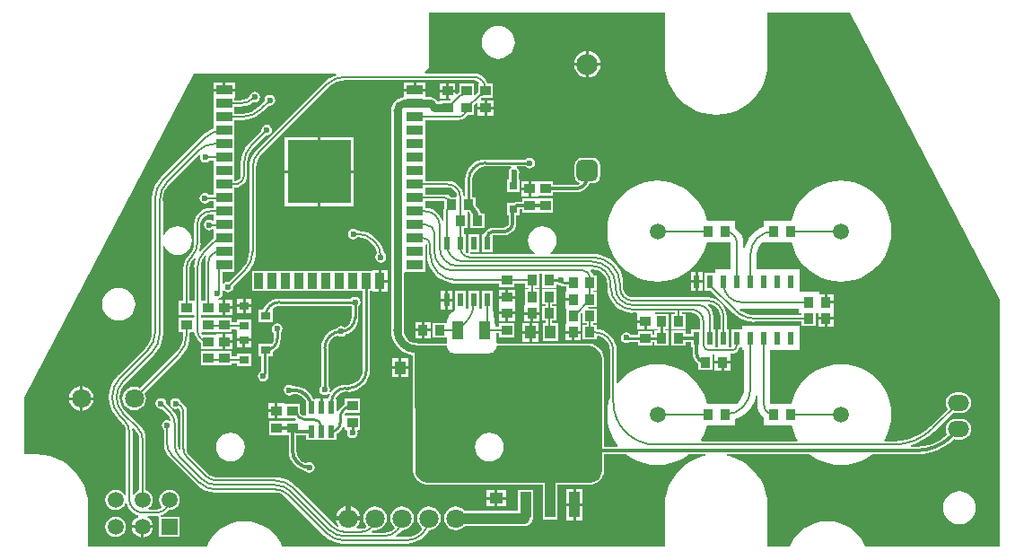
<source format=gbl>
G04*
G04 #@! TF.GenerationSoftware,Altium Limited,Altium Designer,21.2.1 (34)*
G04*
G04 Layer_Physical_Order=2*
G04 Layer_Color=16711680*
%FSLAX44Y44*%
%MOMM*%
G71*
G04*
G04 #@! TF.SameCoordinates,88615370-4C05-4218-9965-B51CFC903A55*
G04*
G04*
G04 #@! TF.FilePolarity,Positive*
G04*
G01*
G75*
%ADD10C,0.2000*%
%ADD14R,1.0000X0.9500*%
%ADD15R,0.9500X1.0000*%
%ADD16R,0.6000X1.3000*%
%ADD28C,0.5000*%
%ADD29C,0.3000*%
%ADD30C,0.2540*%
%ADD31C,1.5000*%
%ADD32R,1.5000X1.5000*%
%ADD33C,1.8000*%
%ADD34C,2.0000*%
G04:AMPARAMS|DCode=35|XSize=2mm|YSize=2mm|CornerRadius=0.5mm|HoleSize=0mm|Usage=FLASHONLY|Rotation=90.000|XOffset=0mm|YOffset=0mm|HoleType=Round|Shape=RoundedRectangle|*
%AMROUNDEDRECTD35*
21,1,2.0000,1.0000,0,0,90.0*
21,1,1.0000,2.0000,0,0,90.0*
1,1,1.0000,0.5000,0.5000*
1,1,1.0000,0.5000,-0.5000*
1,1,1.0000,-0.5000,-0.5000*
1,1,1.0000,-0.5000,0.5000*
%
%ADD35ROUNDEDRECTD35*%
%ADD36O,2.0000X1.5000*%
%ADD37C,0.6000*%
%ADD38C,1.0000*%
%ADD39C,0.7500*%
%ADD40R,6.0198X6.0198*%
%ADD41R,0.6000X1.1500*%
%ADD42R,0.8000X0.8000*%
%ADD43R,0.9000X0.8000*%
%ADD44R,1.5240X0.9144*%
%ADD45R,0.9144X1.5240*%
%ADD46R,1.0000X1.3000*%
%ADD47R,1.0000X1.8000*%
%ADD48R,1.0000X2.4000*%
%ADD49R,3.3000X2.4000*%
%ADD50R,1.3000X1.0000*%
G36*
X298218Y449444D02*
X294088Y447733D01*
X290276Y445397D01*
X286877Y442494D01*
X286877Y442494D01*
X286000Y441575D01*
X224379Y379955D01*
X223458Y379113D01*
X223448Y379105D01*
X222678Y378166D01*
X220449Y375450D01*
X218220Y371280D01*
X216847Y366756D01*
X216506Y363289D01*
X216384Y362050D01*
X216384Y362045D01*
X216441Y360799D01*
Y283271D01*
X216468Y283138D01*
X216051Y278905D01*
X214777Y274706D01*
X212709Y270837D01*
X210714Y268405D01*
X209898Y267473D01*
X209897Y267473D01*
X196894Y254470D01*
X196250Y254598D01*
X194299Y254210D01*
X192645Y253105D01*
X192079Y252257D01*
X190809Y252642D01*
Y263470D01*
X202035D01*
Y276614D01*
X202035D01*
Y288870D01*
X202035D01*
Y302014D01*
X202035D01*
Y314270D01*
X202035D01*
Y327414D01*
X202035D01*
Y340114D01*
X202035D01*
Y342060D01*
X202492Y343140D01*
X205561Y343545D01*
X208422Y344729D01*
X210878Y346614D01*
X212763Y349070D01*
X213947Y351931D01*
X214352Y355000D01*
X214309D01*
Y365710D01*
X214308Y365714D01*
X214309Y365718D01*
X214309Y365728D01*
X214284Y365852D01*
X214690Y369979D01*
X215929Y374062D01*
X217940Y377824D01*
X220576Y381036D01*
X220685Y381109D01*
X232106Y392530D01*
X232750Y392402D01*
X234701Y392790D01*
X236355Y393895D01*
X237460Y395549D01*
X237848Y397500D01*
X237460Y399451D01*
X236355Y401105D01*
X234701Y402210D01*
X232750Y402598D01*
X230799Y402210D01*
X229145Y401105D01*
X228040Y399451D01*
X227652Y397500D01*
X227780Y396856D01*
X217252Y386328D01*
X216343Y385455D01*
X216327Y385441D01*
X215539Y384518D01*
X213487Y382116D01*
X211202Y378387D01*
X209528Y374346D01*
X208507Y370094D01*
X208260Y366960D01*
X208164Y365734D01*
X208165Y365718D01*
X208191Y364459D01*
Y355000D01*
X208212Y354894D01*
X207796Y352803D01*
X206552Y350940D01*
X204689Y349696D01*
X203305Y349420D01*
X202035Y350315D01*
Y352814D01*
X202035D01*
Y365286D01*
X202035D01*
Y378430D01*
X202035D01*
Y391130D01*
X202035D01*
Y403386D01*
Y406899D01*
X209437D01*
Y406870D01*
X213893Y407221D01*
X218240Y408264D01*
X222370Y409975D01*
X226182Y412311D01*
X229581Y415214D01*
X229560Y415234D01*
X235106Y420780D01*
X235750Y420652D01*
X237701Y421040D01*
X239355Y422145D01*
X240460Y423799D01*
X240848Y425750D01*
X240460Y427701D01*
X239355Y429355D01*
X237701Y430460D01*
X235750Y430848D01*
X233799Y430460D01*
X232145Y429355D01*
X231040Y427701D01*
X230652Y425750D01*
X230780Y425106D01*
X225235Y419560D01*
X225159Y419448D01*
X221871Y416749D01*
X218002Y414681D01*
X213803Y413407D01*
X209570Y412990D01*
X209437Y413017D01*
X202035D01*
Y416086D01*
X202035D01*
Y419599D01*
X207396D01*
Y419547D01*
X211894Y419990D01*
X216220Y421302D01*
X220206Y423433D01*
X220428Y423615D01*
X221500Y423402D01*
X223451Y423790D01*
X225105Y424895D01*
X226210Y426549D01*
X226598Y428500D01*
X226210Y430451D01*
X225105Y432105D01*
X223451Y433210D01*
X221500Y433598D01*
X219549Y433210D01*
X217895Y432105D01*
X216790Y430451D01*
X216402Y428500D01*
X216430Y428362D01*
X213864Y426990D01*
X210693Y426028D01*
X207440Y425708D01*
X207396Y425717D01*
X202035D01*
Y428246D01*
X202575D01*
Y434088D01*
X192415D01*
X182255D01*
Y428246D01*
X182795D01*
Y416530D01*
X182795D01*
Y403386D01*
Y398773D01*
X179096Y397241D01*
X175284Y394905D01*
X171885Y392002D01*
X171906Y391981D01*
X132777Y352852D01*
X132756Y352873D01*
X129853Y349474D01*
X127517Y345662D01*
X125807Y341532D01*
X124763Y337186D01*
X124412Y332729D01*
X124441D01*
Y207271D01*
X124468Y207138D01*
X124051Y202905D01*
X122777Y198706D01*
X120709Y194837D01*
X118010Y191549D01*
X117898Y191473D01*
X93374Y166950D01*
X92463Y166083D01*
X92453Y166075D01*
X91660Y165146D01*
X89453Y162561D01*
X87038Y158621D01*
X85270Y154352D01*
X84192Y149860D01*
X83922Y146430D01*
X83829Y145260D01*
X83829Y145260D01*
X83929Y144030D01*
X84180Y140831D01*
X85215Y136522D01*
X86911Y132428D01*
X89226Y128650D01*
X92103Y125282D01*
X92128Y125296D01*
X92133Y125291D01*
X96485Y120939D01*
X96485Y120939D01*
X97256Y119988D01*
X98389Y118512D01*
X99571Y115658D01*
X99961Y112695D01*
X99941Y112595D01*
Y53084D01*
X98671Y52832D01*
X98398Y53491D01*
X96875Y55475D01*
X94891Y56998D01*
X92580Y57955D01*
X90100Y58282D01*
X87620Y57955D01*
X85309Y56998D01*
X83324Y55475D01*
X81802Y53491D01*
X80844Y51180D01*
X80518Y48700D01*
X80844Y46220D01*
X81802Y43909D01*
X83324Y41925D01*
X85309Y40402D01*
X87620Y39444D01*
X90100Y39118D01*
X92580Y39444D01*
X94891Y40402D01*
X96875Y41925D01*
X98398Y43909D01*
X99090Y45579D01*
X100437Y45513D01*
X101132Y43222D01*
X102599Y40478D01*
X104573Y38073D01*
X106978Y36099D01*
X109722Y34632D01*
X111790Y34005D01*
X111856Y32658D01*
X110437Y32070D01*
X108339Y30461D01*
X106730Y28363D01*
X105718Y25921D01*
X105541Y24570D01*
X115500D01*
X125459D01*
X125282Y25921D01*
X124270Y28363D01*
X122661Y30461D01*
X120563Y32070D01*
X120319Y32171D01*
X120571Y33441D01*
X128700D01*
X128700Y33426D01*
X129263Y33454D01*
X129402Y33482D01*
X129403Y33482D01*
X129538Y33509D01*
X129926Y33547D01*
X129927Y33547D01*
X130461Y33600D01*
X131400Y32416D01*
Y13800D01*
X150400D01*
Y32800D01*
X133022D01*
X132834Y34070D01*
X134545Y34589D01*
X137186Y36000D01*
X139500Y37900D01*
X140539Y39166D01*
X140900Y39118D01*
X143380Y39444D01*
X145691Y40402D01*
X147675Y41925D01*
X149198Y43909D01*
X150155Y46220D01*
X150482Y48700D01*
X150155Y51180D01*
X149198Y53491D01*
X147675Y55475D01*
X145691Y56998D01*
X143380Y57955D01*
X140900Y58282D01*
X138420Y57955D01*
X136109Y56998D01*
X134124Y55475D01*
X132602Y53491D01*
X131644Y51180D01*
X131318Y48700D01*
X131644Y46220D01*
X132602Y43909D01*
X133592Y42618D01*
X133488Y40937D01*
X133276Y40775D01*
X131069Y39860D01*
X128730Y39553D01*
X128700Y39559D01*
X121279D01*
X120848Y40829D01*
X122275Y41925D01*
X123798Y43909D01*
X124755Y46220D01*
X125082Y48700D01*
X124755Y51180D01*
X123798Y53491D01*
X122275Y55475D01*
X120291Y56998D01*
X118559Y57716D01*
Y105813D01*
X118587D01*
X118240Y109329D01*
X117215Y112710D01*
X115549Y115826D01*
X113308Y118558D01*
X113308Y118558D01*
X112390Y119436D01*
X99438Y132387D01*
X99381Y132426D01*
X97137Y135159D01*
X95438Y138338D01*
X94392Y141788D01*
X94045Y145307D01*
X94059Y145375D01*
X94045Y145443D01*
X94392Y148962D01*
X95438Y152412D01*
X97137Y155591D01*
X99379Y158322D01*
X99436Y158360D01*
X99436Y158360D01*
X99437Y158362D01*
X99438Y158363D01*
X126473Y185398D01*
X126494Y185377D01*
X129397Y188776D01*
X131733Y192588D01*
X133443Y196718D01*
X134487Y201065D01*
X134838Y205521D01*
X134809D01*
Y287803D01*
X136079Y288055D01*
X136768Y286392D01*
X138932Y283572D01*
X141752Y281408D01*
X145036Y280047D01*
X148560Y279583D01*
X152084Y280047D01*
X155368Y281408D01*
X158188Y283572D01*
X160352Y286392D01*
X161712Y289676D01*
X162176Y293200D01*
X161712Y296724D01*
X160352Y300008D01*
X158188Y302828D01*
X155368Y304992D01*
X152084Y306353D01*
X148560Y306817D01*
X145036Y306353D01*
X141752Y304992D01*
X138932Y302828D01*
X136768Y300008D01*
X136079Y298345D01*
X134809Y298597D01*
Y330979D01*
X134782Y331112D01*
X135199Y335345D01*
X136473Y339544D01*
X138541Y343413D01*
X141240Y346701D01*
X141352Y346777D01*
X168835Y374259D01*
X169970Y373598D01*
X169652Y372000D01*
X170040Y370049D01*
X171145Y368395D01*
X172799Y367290D01*
X174750Y366902D01*
X176701Y367290D01*
X178355Y368395D01*
X178720Y368941D01*
X182795D01*
Y365730D01*
X182795D01*
Y352586D01*
X182795D01*
Y339670D01*
X182795D01*
Y336309D01*
X178470D01*
X178105Y336855D01*
X176451Y337960D01*
X174500Y338348D01*
X172549Y337960D01*
X170895Y336855D01*
X169790Y335201D01*
X169402Y333250D01*
X169790Y331299D01*
X170895Y329645D01*
X172549Y328540D01*
X174500Y328152D01*
X176451Y328540D01*
X178105Y329645D01*
X178470Y330191D01*
X182795D01*
Y326970D01*
X182795D01*
Y323901D01*
X179592D01*
Y323916D01*
X176584Y323620D01*
X173692Y322743D01*
X171027Y321318D01*
X168691Y319401D01*
X166774Y317065D01*
X165349Y314400D01*
X164472Y311508D01*
X164176Y308500D01*
X164191D01*
Y290736D01*
X164225Y290568D01*
X163754Y286992D01*
X162309Y283503D01*
X160763Y281488D01*
X160095Y280694D01*
X159411Y280032D01*
X157075Y277185D01*
X155339Y273938D01*
X154270Y270414D01*
X153910Y266750D01*
X153941D01*
Y236750D01*
X150000D01*
Y223250D01*
X164000D01*
X164441Y222163D01*
Y221837D01*
X164000Y220750D01*
X163171Y220750D01*
X150000D01*
Y207250D01*
X153941D01*
Y204021D01*
X153968Y203888D01*
X153551Y199655D01*
X152277Y195456D01*
X150209Y191587D01*
X147510Y188299D01*
X147398Y188223D01*
X113110Y153936D01*
X110622Y154967D01*
X107750Y155345D01*
X104878Y154967D01*
X102203Y153858D01*
X99905Y152095D01*
X98141Y149797D01*
X97033Y147122D01*
X96655Y144250D01*
X97033Y141378D01*
X98141Y138702D01*
X99905Y136405D01*
X102203Y134642D01*
X104878Y133533D01*
X107750Y133155D01*
X110622Y133533D01*
X113298Y134642D01*
X115595Y136405D01*
X117359Y138702D01*
X118467Y141378D01*
X118845Y144250D01*
X118467Y147122D01*
X117436Y149610D01*
X151723Y183898D01*
X151744Y183877D01*
X154647Y187276D01*
X156983Y191088D01*
X158694Y195218D01*
X159737Y199565D01*
X160088Y204021D01*
X160059D01*
Y206352D01*
X160957Y207250D01*
X164000Y207250D01*
X164620Y206237D01*
X164835Y204606D01*
X166145Y201444D01*
X168228Y198728D01*
X170750Y196793D01*
Y191250D01*
X184164Y191250D01*
X185210Y190710D01*
X185796Y190710D01*
X191480D01*
Y198000D01*
Y205290D01*
X185210Y205290D01*
X184164Y204750D01*
X183940Y204750D01*
X171407D01*
X170873Y206039D01*
X171016Y206412D01*
X171940Y207309D01*
X184791D01*
Y207309D01*
X185750Y207250D01*
Y207250D01*
X186037Y207250D01*
X199750D01*
Y209768D01*
X204018D01*
X204916Y208870D01*
X204916Y207069D01*
X204335Y206040D01*
X204335Y205655D01*
Y200770D01*
X211375D01*
X218415D01*
Y205621D01*
X218415Y206040D01*
X217916Y207103D01*
X217916Y207310D01*
Y218684D01*
X204916D01*
Y215886D01*
X199750D01*
Y220750D01*
X185750D01*
Y220750D01*
X184791Y220809D01*
Y220809D01*
X170791Y220809D01*
X170559Y221983D01*
Y222135D01*
X170791Y223309D01*
X184188Y223309D01*
X185210Y222710D01*
X185813Y222710D01*
X191480D01*
Y230000D01*
Y237290D01*
X187169D01*
X187044Y238560D01*
X188201Y238790D01*
X189855Y239895D01*
X190960Y241549D01*
X191348Y243500D01*
X190960Y245451D01*
X191169Y245819D01*
X192643Y245895D01*
X192665Y245882D01*
X194299Y244790D01*
X196250Y244402D01*
X198201Y244790D01*
X199855Y245895D01*
X200960Y247549D01*
X201348Y249500D01*
X201220Y250144D01*
X213325Y262250D01*
X214244Y263127D01*
X214244Y263127D01*
X217147Y266526D01*
X219483Y270338D01*
X221194Y274468D01*
X222237Y278815D01*
X222588Y283271D01*
X222559D01*
Y362036D01*
X222558Y362040D01*
X222559Y362044D01*
X222559Y362054D01*
X222547Y362113D01*
X222886Y365555D01*
X223908Y368924D01*
X225568Y372030D01*
X227767Y374710D01*
X227822Y374746D01*
X290343Y437267D01*
X291223Y438148D01*
X292155Y438964D01*
X294587Y440959D01*
X298456Y443027D01*
X302655Y444301D01*
X306888Y444718D01*
X307021Y444691D01*
X427750D01*
X427762Y444694D01*
X429936Y444408D01*
X431973Y443564D01*
X433333Y442520D01*
X432902Y441250D01*
X432250D01*
Y433356D01*
X431587Y432913D01*
X431587Y432913D01*
X429423Y430749D01*
X428250Y431235D01*
Y441250D01*
X414250D01*
Y433356D01*
X413587Y432913D01*
X413587Y432913D01*
X411963Y431289D01*
X410790Y431775D01*
Y433230D01*
X404520D01*
Y427210D01*
X405984D01*
X406488Y426049D01*
X405838Y425250D01*
X396250D01*
Y424613D01*
X393678D01*
X391488Y426804D01*
X389585Y428074D01*
X387342Y428521D01*
X382745D01*
Y434088D01*
X372585D01*
X362425D01*
Y428423D01*
X359788Y428076D01*
X356648Y426775D01*
X353952Y424706D01*
X351883Y422010D01*
X350582Y418870D01*
X350141Y415519D01*
X350137Y415500D01*
Y209000D01*
X350133D01*
X350601Y204246D01*
X351987Y199675D01*
X354239Y195462D01*
X357270Y191770D01*
X360962Y188739D01*
X365175Y186488D01*
X369746Y185101D01*
X370478Y185029D01*
X370500Y173367D01*
Y164750D01*
X370516D01*
X370681Y77263D01*
X370683Y76054D01*
X370722Y75857D01*
X370723Y75656D01*
X371198Y73286D01*
X371275Y73101D01*
X371315Y72904D01*
X372243Y70671D01*
X372355Y70504D01*
X372432Y70319D01*
X373778Y68310D01*
X373920Y68169D01*
X374031Y68002D01*
X375743Y66294D01*
X375910Y66183D01*
X376051Y66041D01*
X378063Y64699D01*
X378248Y64622D01*
X378415Y64511D01*
X380649Y63587D01*
X380846Y63548D01*
X381031Y63471D01*
X383403Y63000D01*
X383604Y63000D01*
X383801Y62961D01*
X385009Y62961D01*
X492940Y62961D01*
Y44000D01*
X493000Y43541D01*
Y30000D01*
X507000D01*
Y43541D01*
X507060Y44000D01*
Y62961D01*
X538633D01*
X538830Y63000D01*
X539030D01*
X541252Y63442D01*
X541438Y63519D01*
X541635Y63558D01*
X543727Y64425D01*
X543895Y64536D01*
X544080Y64613D01*
X545964Y65872D01*
X546106Y66014D01*
X546273Y66125D01*
X547874Y67727D01*
X547986Y67894D01*
X548128Y68036D01*
X549387Y69920D01*
X549463Y70105D01*
X549575Y70272D01*
X550442Y72365D01*
X550481Y72562D01*
X550558Y72748D01*
X551000Y74969D01*
Y75170D01*
X551039Y75367D01*
Y76499D01*
X551039Y76500D01*
Y91681D01*
X572151D01*
X572512Y91365D01*
X577689Y87906D01*
X583274Y85152D01*
X589170Y83150D01*
X595277Y81935D01*
X601490Y81528D01*
X607703Y81935D01*
X613810Y83150D01*
X619706Y85152D01*
X625291Y87906D01*
X630468Y91365D01*
X630829Y91681D01*
X646421D01*
X646546Y90411D01*
X644305Y89966D01*
X638316Y87933D01*
X632643Y85135D01*
X627384Y81621D01*
X622629Y77451D01*
X618458Y72695D01*
X614944Y67436D01*
X612147Y61764D01*
X610114Y55774D01*
X608880Y49571D01*
X608472Y43347D01*
X608501Y43347D01*
X608506Y43341D01*
Y4573D01*
X247292D01*
X246006Y7678D01*
X242860Y12812D01*
X238950Y17390D01*
X234372Y21300D01*
X229238Y24446D01*
X223676Y26750D01*
X217822Y28156D01*
X211820Y28628D01*
X205818Y28156D01*
X199963Y26750D01*
X194401Y24446D01*
X189267Y21300D01*
X184689Y17390D01*
X180779Y12812D01*
X177633Y7678D01*
X176347Y4573D01*
X64133D01*
Y43260D01*
X64173D01*
X63759Y49571D01*
X62526Y55775D01*
X60493Y61764D01*
X57695Y67437D01*
X54181Y72696D01*
X50011Y77451D01*
X45255Y81621D01*
X39996Y85135D01*
X34324Y87933D01*
X28335Y89966D01*
X22131Y91200D01*
X15820Y91614D01*
Y91574D01*
X4133D01*
Y144785D01*
X163660Y450686D01*
X297954D01*
X298218Y449444D01*
D02*
G37*
G36*
X608506Y460260D02*
X608466D01*
X608880Y453948D01*
X610114Y447745D01*
X612147Y441756D01*
X614944Y436083D01*
X618458Y430824D01*
X622629Y426069D01*
X627384Y421898D01*
X632643Y418384D01*
X638316Y415587D01*
X644305Y413554D01*
X650508Y412320D01*
X656820Y411906D01*
X663131Y412320D01*
X669334Y413554D01*
X675324Y415587D01*
X680996Y418384D01*
X686255Y421898D01*
X691011Y426069D01*
X695181Y430824D01*
X698695Y436083D01*
X701492Y441756D01*
X703526Y447745D01*
X704760Y453948D01*
X705173Y460260D01*
X705133D01*
Y507946D01*
X782993D01*
X924506Y237445D01*
Y4573D01*
X797292D01*
X796006Y7678D01*
X792860Y12812D01*
X788950Y17390D01*
X784372Y21300D01*
X779239Y24446D01*
X773676Y26750D01*
X767822Y28156D01*
X761820Y28628D01*
X755817Y28156D01*
X749963Y26750D01*
X744401Y24446D01*
X739267Y21300D01*
X734689Y17390D01*
X730779Y12812D01*
X727633Y7678D01*
X726310Y4483D01*
X705133D01*
Y43260D01*
X705173D01*
X704760Y49571D01*
X703526Y55774D01*
X701492Y61764D01*
X698695Y67436D01*
X695181Y72695D01*
X691011Y77451D01*
X686255Y81621D01*
X680996Y85135D01*
X675324Y87933D01*
X669334Y89966D01*
X667093Y90411D01*
X667218Y91681D01*
X745151D01*
X745512Y91365D01*
X750689Y87906D01*
X756273Y85152D01*
X762170Y83150D01*
X768277Y81935D01*
X774490Y81528D01*
X780703Y81935D01*
X786810Y83150D01*
X792707Y85152D01*
X798291Y87906D01*
X803468Y91365D01*
X803829Y91681D01*
X845890D01*
X845890Y91681D01*
Y91642D01*
X852462Y92073D01*
X858921Y93358D01*
X865157Y95475D01*
X871063Y98387D01*
X876539Y102046D01*
X880941Y105906D01*
X882750Y105668D01*
X887750D01*
X890230Y105995D01*
X892541Y106952D01*
X894526Y108475D01*
X896048Y110459D01*
X897005Y112770D01*
X897332Y115250D01*
X897005Y117730D01*
X896048Y120041D01*
X894526Y122025D01*
X892541Y123548D01*
X890230Y124506D01*
X887750Y124832D01*
X882750D01*
X880270Y124506D01*
X877959Y123548D01*
X875975Y122025D01*
X874452Y120041D01*
X873494Y117730D01*
X873168Y115250D01*
X873494Y112770D01*
X874452Y110459D01*
X874802Y110002D01*
X872191Y107712D01*
X867492Y104573D01*
X862424Y102073D01*
X857072Y100257D01*
X851529Y99154D01*
X846019Y98793D01*
X845890Y98819D01*
X840425D01*
X840216Y100089D01*
X845308Y101817D01*
X851758Y104998D01*
X857737Y108993D01*
X862195Y112902D01*
X863144Y113735D01*
X863102Y113777D01*
X880314Y130989D01*
X882750Y130668D01*
X887750D01*
X890230Y130995D01*
X892541Y131952D01*
X894526Y133475D01*
X896048Y135459D01*
X897005Y137770D01*
X897332Y140250D01*
X897005Y142730D01*
X896048Y145041D01*
X894526Y147025D01*
X892541Y148548D01*
X890230Y149506D01*
X887750Y149832D01*
X882750D01*
X880270Y149506D01*
X877959Y148548D01*
X875975Y147025D01*
X874452Y145041D01*
X873494Y142730D01*
X873168Y140250D01*
X873494Y137770D01*
X874452Y135459D01*
X875182Y134508D01*
X858777Y118102D01*
X858699Y117986D01*
X853999Y113864D01*
X848688Y110315D01*
X842958Y107490D01*
X836909Y105436D01*
X830643Y104190D01*
X824406Y103781D01*
X824269Y103809D01*
X816046D01*
X815447Y104929D01*
X815714Y105329D01*
X818468Y110913D01*
X820470Y116810D01*
X821685Y122917D01*
X822092Y129130D01*
X821685Y135343D01*
X820470Y141450D01*
X818468Y147346D01*
X815714Y152931D01*
X812255Y158108D01*
X808150Y162790D01*
X803468Y166895D01*
X798291Y170354D01*
X792707Y173108D01*
X786810Y175110D01*
X780703Y176325D01*
X774490Y176732D01*
X768277Y176325D01*
X762170Y175110D01*
X756273Y173108D01*
X750689Y170354D01*
X745512Y166895D01*
X740830Y162790D01*
X736725Y158108D01*
X733266Y152931D01*
X730512Y147346D01*
X728510Y141450D01*
X728072Y139250D01*
X707917D01*
Y189830D01*
X722500D01*
Y189830D01*
X735200D01*
Y212830D01*
X719200D01*
Y212830D01*
X709800D01*
Y212830D01*
X681100D01*
Y209830D01*
X671400D01*
Y193936D01*
X671400Y192830D01*
X670139Y192809D01*
X669961D01*
X668700Y192830D01*
Y209830D01*
X666759D01*
Y221564D01*
X666787D01*
X666441Y225080D01*
X665415Y228461D01*
X663749Y231577D01*
X661508Y234308D01*
X658777Y236549D01*
X655661Y238215D01*
X652280Y239240D01*
X648764Y239587D01*
Y239559D01*
X578031D01*
X578005Y239554D01*
X575706Y239856D01*
X573540Y240753D01*
X571680Y242181D01*
X570253Y244040D01*
X569356Y246206D01*
X569054Y248505D01*
X569059Y248531D01*
Y252100D01*
X569088D01*
X568737Y256556D01*
X567693Y260903D01*
X565983Y265033D01*
X563647Y268845D01*
X560744Y272244D01*
X557345Y275147D01*
X553533Y277483D01*
X549403Y279193D01*
X545056Y280237D01*
X540600Y280588D01*
Y280559D01*
X500488D01*
X500057Y281829D01*
X502328Y283572D01*
X504492Y286392D01*
X505853Y289676D01*
X506316Y293200D01*
X505853Y296724D01*
X504492Y300008D01*
X502328Y302828D01*
X499508Y304992D01*
X496224Y306353D01*
X492700Y306817D01*
X489176Y306353D01*
X485892Y304992D01*
X483072Y302828D01*
X480908Y300008D01*
X479548Y296724D01*
X479084Y293200D01*
X479548Y289676D01*
X480908Y286392D01*
X483072Y283572D01*
X485343Y281829D01*
X484912Y280559D01*
X424621D01*
X424453Y280692D01*
X424895Y281962D01*
X433100D01*
Y298962D01*
X423100D01*
Y283072D01*
X423100Y283071D01*
Y283071D01*
X423100Y282038D01*
X423041Y281733D01*
X422439Y281425D01*
X421646Y281207D01*
X420400Y282040D01*
Y298962D01*
X418459D01*
Y304792D01*
X422000D01*
Y318792D01*
X422000D01*
X422149Y320000D01*
X423652D01*
X423837Y319760D01*
X424500Y318792D01*
X424500D01*
X424500Y318792D01*
Y304792D01*
X438000D01*
Y318792D01*
X434612D01*
X434181Y320214D01*
X432147Y324019D01*
X430000Y326635D01*
Y334000D01*
X426584D01*
Y350421D01*
X426556Y350562D01*
X426973Y353732D01*
X428251Y356817D01*
X430284Y359466D01*
X432933Y361499D01*
X436018Y362777D01*
X439188Y363194D01*
X439329Y363166D01*
X463194D01*
X463579Y361896D01*
X462395Y361105D01*
X461290Y359451D01*
X460902Y357500D01*
X461287Y355565D01*
Y351250D01*
X459750D01*
Y339250D01*
X471750D01*
Y351250D01*
X470463D01*
Y355180D01*
X470710Y355549D01*
X471098Y357500D01*
X470710Y359451D01*
X469605Y361105D01*
X468421Y361896D01*
X468806Y363166D01*
X476964D01*
X477145Y362895D01*
X478799Y361790D01*
X480750Y361402D01*
X482701Y361790D01*
X484355Y362895D01*
X485460Y364549D01*
X485848Y366500D01*
X485460Y368451D01*
X484355Y370105D01*
X482701Y371210D01*
X480750Y371598D01*
X478799Y371210D01*
X477145Y370105D01*
X476964Y369834D01*
X439329D01*
Y369864D01*
X435536Y369490D01*
X431889Y368384D01*
X428527Y366587D01*
X425581Y364169D01*
X423163Y361223D01*
X421366Y357861D01*
X420260Y354214D01*
X419886Y350421D01*
X419916D01*
Y335157D01*
X419621Y335014D01*
X418243Y335755D01*
X417877Y338533D01*
X416417Y342059D01*
X414094Y345086D01*
X411067Y347409D01*
X407541Y348869D01*
X403758Y349367D01*
Y349301D01*
X382205D01*
Y352814D01*
X382205D01*
Y365286D01*
X382205D01*
Y377986D01*
X382205D01*
Y390686D01*
X382205D01*
Y403830D01*
X382205D01*
Y406899D01*
X412958D01*
Y406858D01*
X415971Y407255D01*
X418779Y408418D01*
X421190Y410268D01*
X422327Y411750D01*
X428250D01*
Y420924D01*
X430537Y423211D01*
X431710Y422725D01*
Y419770D01*
X437980D01*
Y425790D01*
X435237D01*
X434689Y427024D01*
X435221Y427691D01*
X435500D01*
X435500Y427691D01*
X435796Y427750D01*
X446250D01*
Y441250D01*
X441374D01*
X440416Y443563D01*
X438092Y446591D01*
X435063Y448916D01*
X431535Y450377D01*
X427750Y450875D01*
Y450809D01*
X382041D01*
X381515Y452079D01*
X384843Y455407D01*
X385561Y456482D01*
X385814Y457750D01*
Y507946D01*
X608506D01*
Y460260D01*
D02*
G37*
G36*
X405942Y342900D02*
X407977Y342057D01*
X409724Y340716D01*
X411065Y338969D01*
X411908Y336934D01*
X412127Y335270D01*
X411279Y334000D01*
X407260D01*
X405520Y335335D01*
X403199Y336297D01*
X400708Y336624D01*
Y336601D01*
X382205D01*
Y343183D01*
X403758D01*
X403770Y343186D01*
X405942Y342900D01*
D02*
G37*
G36*
X179592Y317783D02*
X182795D01*
Y314714D01*
X182795D01*
Y312671D01*
X181525Y311992D01*
X180451Y312710D01*
X178500Y313098D01*
X176549Y312710D01*
X174895Y311605D01*
X173790Y309951D01*
X173402Y308000D01*
X173790Y306049D01*
X174895Y304395D01*
X176549Y303290D01*
X178500Y302902D01*
X180451Y303290D01*
X181525Y304008D01*
X182795Y303329D01*
Y301570D01*
X182795D01*
Y295485D01*
X181564Y294475D01*
X181414Y294375D01*
X181226Y294249D01*
X180466Y293574D01*
X180482Y293558D01*
X171171Y284247D01*
X171134Y284283D01*
X170193Y283137D01*
X169051Y283747D01*
X169954Y286723D01*
X170349Y290736D01*
X170309D01*
Y308500D01*
X170302Y308534D01*
X170614Y310906D01*
X171543Y313147D01*
X173020Y315072D01*
X174945Y316549D01*
X177186Y317478D01*
X179558Y317790D01*
X179592Y317783D01*
D02*
G37*
G36*
X400500Y324307D02*
X399874Y323371D01*
X399641Y322200D01*
X399641Y322200D01*
Y312031D01*
X398371Y311843D01*
X397816Y313673D01*
X396282Y316543D01*
X394217Y319059D01*
X391701Y321124D01*
X388831Y322658D01*
X385716Y323603D01*
X382477Y323922D01*
X382205Y325079D01*
Y326970D01*
X382205D01*
Y330483D01*
X400500D01*
Y324307D01*
D02*
G37*
G36*
X176193Y278788D02*
X175123Y276205D01*
X174680Y272836D01*
X174732D01*
Y236809D01*
X170791D01*
X170559Y237983D01*
Y268000D01*
X170550Y268044D01*
X170870Y271292D01*
X171830Y274456D01*
X173389Y277373D01*
X175092Y279448D01*
X176193Y278788D01*
D02*
G37*
G36*
X165946Y276165D02*
X164832Y272493D01*
X164389Y268000D01*
X164441D01*
Y237837D01*
X164000Y236750D01*
X160059D01*
Y266750D01*
X160035Y266872D01*
X160450Y270030D01*
X161716Y273087D01*
X163417Y275303D01*
X164325Y276192D01*
X164804Y276776D01*
X165946Y276165D01*
D02*
G37*
G36*
X383868Y289599D02*
X383933Y289276D01*
X383941D01*
Y280763D01*
X383913D01*
X384259Y276367D01*
X385289Y272080D01*
X386976Y268006D01*
X389280Y264247D01*
X392144Y260894D01*
X395496Y258030D01*
X399256Y255726D01*
X403330Y254039D01*
X407617Y253009D01*
X412013Y252663D01*
Y252691D01*
X452250D01*
Y249000D01*
X466250D01*
Y252691D01*
X476270D01*
Y248723D01*
X479962D01*
Y247223D01*
X476270D01*
Y233533D01*
X476270Y233309D01*
X475730Y232263D01*
X475730Y232176D01*
Y225993D01*
X490310D01*
Y232176D01*
X490310Y232263D01*
X489771Y233309D01*
X489770Y233533D01*
Y247223D01*
X486079D01*
Y248723D01*
X489770D01*
Y261941D01*
X492271D01*
Y248723D01*
X505770D01*
Y251544D01*
X506432Y251887D01*
X507040Y252041D01*
X508559Y251026D01*
X510161Y250708D01*
X510751Y250314D01*
X512997Y249867D01*
Y249916D01*
X515000D01*
Y246250D01*
X514460Y245290D01*
X514460D01*
Y239020D01*
X521750D01*
Y236480D01*
X514460D01*
Y230210D01*
X514460D01*
X515000Y229250D01*
Y215560D01*
X515000Y215336D01*
X514460Y214290D01*
X514460Y214204D01*
Y208020D01*
X529040D01*
Y214204D01*
X529040Y214290D01*
X528500Y215336D01*
X528500Y215560D01*
Y224174D01*
X529827Y225501D01*
X531000Y225015D01*
Y215250D01*
X534691D01*
Y213750D01*
X531000D01*
Y199750D01*
X544500D01*
Y202497D01*
X545455Y203334D01*
X546056Y203255D01*
X549535Y201814D01*
X552522Y199522D01*
X554814Y196535D01*
X556255Y193056D01*
X556724Y189490D01*
X556691Y189323D01*
Y144930D01*
X555510Y141450D01*
X554295Y135343D01*
X553888Y129130D01*
X554295Y122917D01*
X555510Y116810D01*
X557512Y110913D01*
X560266Y105329D01*
X563725Y100152D01*
X563880Y99975D01*
X563355Y98819D01*
X551039D01*
X551039Y180853D01*
Y182173D01*
X551000Y182369D01*
Y182570D01*
X550485Y185159D01*
X550408Y185344D01*
X550369Y185541D01*
X549359Y187979D01*
X549248Y188146D01*
X549171Y188332D01*
X547705Y190526D01*
X547563Y190668D01*
X547451Y190835D01*
X545585Y192701D01*
X545418Y192813D01*
X545276Y192955D01*
X543082Y194421D01*
X542896Y194498D01*
X542729Y194609D01*
X540291Y195619D01*
X540094Y195658D01*
X539908Y195735D01*
X537320Y196250D01*
X537119D01*
X536922Y196289D01*
X535604Y196289D01*
X535603Y196289D01*
X450744Y196289D01*
X450732Y196289D01*
X450283Y196415D01*
X449690Y196918D01*
X449488Y197205D01*
X449474Y197252D01*
X449474Y205687D01*
X449690Y205941D01*
X452250D01*
Y202000D01*
X466250D01*
Y215500D01*
X452250D01*
Y212059D01*
X448453D01*
X445800Y228622D01*
X445800D01*
X445800D01*
Y245622D01*
X435800D01*
Y228622D01*
X434370Y228622D01*
X433100Y229892D01*
Y245622D01*
X423100D01*
Y228622D01*
X421670Y228622D01*
X420400Y229892D01*
Y245622D01*
X410400D01*
Y228811D01*
X410400Y228622D01*
X410298Y227394D01*
X409656Y227128D01*
X407507Y225692D01*
X405679Y223864D01*
X404243Y221715D01*
X403254Y219327D01*
X402750Y216792D01*
Y215750D01*
X389250D01*
Y201750D01*
X402750D01*
Y197559D01*
X402750Y196289D01*
X375740D01*
X374500Y196363D01*
X373259Y196432D01*
X371205Y196702D01*
X368134Y197974D01*
X365497Y199997D01*
X363474Y202634D01*
X362202Y205705D01*
X361806Y208714D01*
X361863Y209000D01*
Y263065D01*
X362965Y263470D01*
Y263470D01*
X382205D01*
Y276614D01*
X382205D01*
Y289177D01*
X382435Y289390D01*
X383600Y289777D01*
X383868Y289599D01*
D02*
G37*
G36*
X543730Y265761D02*
X547152Y264344D01*
X550089Y262090D01*
X552344Y259152D01*
X553761Y255730D01*
X554223Y252220D01*
X554191Y252059D01*
Y248962D01*
X554135D01*
X554593Y244314D01*
X555949Y239844D01*
X558151Y235725D01*
X561114Y232114D01*
X564725Y229151D01*
X568844Y226949D01*
X573314Y225593D01*
X577962Y225135D01*
Y225191D01*
X581570D01*
X582460Y224290D01*
X582460Y223921D01*
Y218270D01*
X590000D01*
Y217000D01*
X591270D01*
Y209710D01*
X597247D01*
X597540Y209710D01*
X598793Y209750D01*
X601916D01*
Y208250D01*
X598500D01*
Y204584D01*
X597000D01*
Y207750D01*
X583000D01*
Y204584D01*
X575953D01*
X575605Y205105D01*
X573951Y206210D01*
X572000Y206598D01*
X570049Y206210D01*
X568395Y205105D01*
X567290Y203451D01*
X566902Y201500D01*
X567290Y199549D01*
X568395Y197895D01*
X570049Y196790D01*
X572000Y196402D01*
X573951Y196790D01*
X575605Y197895D01*
X575619Y197916D01*
X583000D01*
Y194250D01*
X597000D01*
Y197916D01*
X598500D01*
Y194250D01*
X612000D01*
Y208250D01*
X608584D01*
Y209750D01*
X612000D01*
Y223750D01*
X598792D01*
X598668Y223921D01*
X598972Y224720D01*
X599545Y225191D01*
X618191D01*
Y223750D01*
X614500D01*
Y209750D01*
X628000D01*
Y223750D01*
X624309D01*
Y225191D01*
X633429D01*
X633437Y225193D01*
X635568Y224912D01*
X637561Y224086D01*
X639273Y222773D01*
X640586Y221061D01*
X641412Y219068D01*
X641693Y216937D01*
X641691Y216929D01*
Y209830D01*
X633300D01*
Y204899D01*
X628000D01*
Y208250D01*
X614500D01*
Y194250D01*
X628000D01*
Y197761D01*
X633300D01*
Y192830D01*
X634731D01*
Y186950D01*
X634697D01*
X635108Y183830D01*
X636312Y180923D01*
X638227Y178427D01*
X640000Y177067D01*
Y171500D01*
X653500D01*
Y185500D01*
X653500D01*
X653567Y185919D01*
X654235Y186148D01*
X655166Y185595D01*
X655460Y185291D01*
Y179770D01*
X662750D01*
X670040D01*
Y185421D01*
X670040Y186040D01*
X670597Y186403D01*
X671750Y186685D01*
Y186685D01*
X673708Y186943D01*
X675532Y187699D01*
X677099Y188901D01*
X678301Y190468D01*
X679057Y192292D01*
X679128Y192830D01*
X681100D01*
Y189830D01*
X682982D01*
Y153350D01*
X683034Y153089D01*
X682713Y149827D01*
X681685Y146439D01*
X680016Y143316D01*
X677770Y140580D01*
X676020Y139143D01*
X674750Y139250D01*
Y139250D01*
X647908D01*
X647470Y141450D01*
X645468Y147346D01*
X642714Y152931D01*
X639255Y158108D01*
X635150Y162790D01*
X630468Y166895D01*
X625291Y170354D01*
X619706Y173108D01*
X613810Y175110D01*
X607703Y176325D01*
X601490Y176732D01*
X595277Y176325D01*
X589170Y175110D01*
X583274Y173108D01*
X577689Y170354D01*
X572512Y166895D01*
X567830Y162790D01*
X564079Y158512D01*
X562809Y158990D01*
Y189323D01*
X562849D01*
X562454Y193328D01*
X561286Y197178D01*
X559390Y200727D01*
X556837Y203837D01*
X553727Y206390D01*
X550178Y208286D01*
X546328Y209454D01*
X544500Y209634D01*
Y213750D01*
X540809D01*
Y215250D01*
X544500D01*
Y229250D01*
X536514D01*
X535835Y230520D01*
X535988Y230750D01*
X544500D01*
Y244750D01*
X540809D01*
Y246250D01*
X544500D01*
Y260250D01*
X540588D01*
X540503Y260896D01*
X539534Y263235D01*
X538240Y264921D01*
X538698Y266191D01*
X540059D01*
X540219Y266223D01*
X543730Y265761D01*
D02*
G37*
G36*
X651847Y233069D02*
X654719Y231879D01*
X657186Y229986D01*
X659079Y227519D01*
X660269Y224647D01*
X660661Y221666D01*
X660641Y221564D01*
Y209830D01*
X658700D01*
Y192830D01*
X657439Y192809D01*
X657261D01*
X656000Y192830D01*
Y209830D01*
X654059D01*
Y221364D01*
X654122D01*
X653636Y225054D01*
X652212Y228493D01*
X649946Y231446D01*
X649014Y232161D01*
X649517Y233376D01*
X651847Y233069D01*
D02*
G37*
G36*
X695682Y146773D02*
Y138450D01*
X695770Y138012D01*
X696020Y135470D01*
X696889Y132605D01*
X698300Y129965D01*
X700200Y127650D01*
X701250Y126788D01*
Y119250D01*
X728025D01*
X728510Y116810D01*
X730512Y110913D01*
X733266Y105329D01*
X733533Y104929D01*
X732934Y103809D01*
X643046D01*
X642447Y104929D01*
X642714Y105329D01*
X645468Y110913D01*
X647470Y116810D01*
X647955Y119250D01*
X674750D01*
Y124809D01*
X678707Y126448D01*
X682747Y128923D01*
X686350Y132000D01*
X689427Y135603D01*
X691902Y139643D01*
X693715Y144020D01*
X694412Y146924D01*
X695682Y146773D01*
D02*
G37*
G36*
X402750Y194250D02*
X402750Y194250D01*
Y193536D01*
X403029Y192135D01*
X403575Y190816D01*
X404369Y189628D01*
X405378Y188619D01*
X406566Y187825D01*
X407885Y187279D01*
X409286Y187000D01*
X442250Y187000D01*
X442250Y187000D01*
X442250Y187000D01*
X442961Y187000D01*
X443478Y187103D01*
X444357Y187278D01*
X445672Y187822D01*
X446855Y188613D01*
X447861Y189619D01*
X448652Y190802D01*
X449196Y192117D01*
X449474Y193512D01*
X450733Y194250D01*
X535603Y194250D01*
X535603Y194250D01*
X535603Y194250D01*
X536922Y194250D01*
X539511Y193735D01*
X541949Y192725D01*
X544143Y191259D01*
X546009Y189393D01*
X547475Y187199D01*
X548485Y184761D01*
X549000Y182173D01*
Y180853D01*
X549000Y76500D01*
X549000Y76500D01*
Y75367D01*
X548558Y73145D01*
X547691Y71053D01*
X546432Y69169D01*
X544831Y67567D01*
X542947Y66309D01*
X540854Y65442D01*
X538633Y65000D01*
X537500D01*
X385009Y65000D01*
X383801Y65000D01*
X381429Y65471D01*
X379195Y66395D01*
X377183Y67737D01*
X375472Y69445D01*
X374126Y71454D01*
X373198Y73687D01*
X372722Y76058D01*
X372720Y77267D01*
X372502Y193351D01*
X373399Y194250D01*
X402750D01*
D02*
G37*
G36*
X108083Y115091D02*
X108962Y114212D01*
Y114212D01*
X109733Y113262D01*
X110879Y111769D01*
X112069Y108896D01*
X112462Y105915D01*
X112441Y105813D01*
Y57716D01*
X110709Y56998D01*
X108724Y55475D01*
X107329Y53656D01*
X106729Y53705D01*
X106059Y54007D01*
Y112595D01*
X106086D01*
X105792Y115586D01*
X107011Y116163D01*
X108083Y115091D01*
D02*
G37*
%LPC*%
G36*
X382745Y442470D02*
X373855D01*
Y436628D01*
X382745D01*
Y442470D01*
D02*
G37*
G36*
X371315D02*
X362425D01*
Y436628D01*
X371315D01*
Y442470D01*
D02*
G37*
G36*
X202575Y442470D02*
X193685D01*
Y436628D01*
X202575D01*
Y442470D01*
D02*
G37*
G36*
X191145D02*
X182255D01*
Y436628D01*
X191145D01*
Y442470D01*
D02*
G37*
G36*
X410790Y441790D02*
X404520D01*
Y435770D01*
X410790D01*
Y441790D01*
D02*
G37*
G36*
X401980D02*
X395710D01*
Y435770D01*
X401980D01*
Y441790D01*
D02*
G37*
G36*
Y433230D02*
X395710D01*
Y427210D01*
X401980D01*
Y433230D01*
D02*
G37*
G36*
X315054Y390781D02*
X283685D01*
Y359412D01*
X315054D01*
Y390781D01*
D02*
G37*
G36*
X281145D02*
X249776D01*
Y359412D01*
X281145D01*
Y390781D01*
D02*
G37*
G36*
X315054Y356872D02*
X283685D01*
Y325503D01*
X315054D01*
Y356872D01*
D02*
G37*
G36*
X281145D02*
X249776D01*
Y325503D01*
X281145D01*
Y356872D01*
D02*
G37*
G36*
X314500Y304598D02*
X312549Y304210D01*
X310895Y303105D01*
X309790Y301451D01*
X309402Y299500D01*
X309790Y297549D01*
X310895Y295895D01*
X312549Y294790D01*
X314500Y294402D01*
X316451Y294790D01*
X318105Y295895D01*
X318470Y296441D01*
X318500D01*
X318578Y296457D01*
X322200Y296100D01*
X325757Y295021D01*
X329036Y293268D01*
X331910Y290910D01*
X334268Y288036D01*
X336021Y284757D01*
X337089Y281234D01*
X336895Y281105D01*
X335790Y279451D01*
X335402Y277500D01*
X335790Y275549D01*
X336895Y273895D01*
X338549Y272790D01*
X340500Y272402D01*
X342451Y272790D01*
X344105Y273895D01*
X345210Y275549D01*
X345598Y277500D01*
X345210Y279451D01*
X344105Y281105D01*
X343207Y281705D01*
X343138Y282401D01*
X341709Y287113D01*
X339387Y291456D01*
X336263Y295263D01*
X332457Y298387D01*
X328113Y300709D01*
X323401Y302138D01*
X318500Y302621D01*
X318105Y303104D01*
X318105Y303105D01*
X317577Y303458D01*
X316451Y304210D01*
X314500Y304598D01*
D02*
G37*
G36*
X338295Y265302D02*
X332453D01*
Y264762D01*
X320293D01*
Y264762D01*
X307593D01*
Y264762D01*
X295337D01*
Y264762D01*
X269493D01*
Y264762D01*
X256793D01*
Y264762D01*
X244537D01*
Y264762D01*
X231393D01*
Y264762D01*
X218693D01*
Y245522D01*
X231837D01*
Y245522D01*
X244093D01*
Y245522D01*
X257237D01*
Y245522D01*
X269937D01*
Y245522D01*
X294893D01*
Y245522D01*
X308037D01*
Y245522D01*
X320737D01*
Y245522D01*
X323531D01*
Y171346D01*
X323566Y171172D01*
X323109Y167704D01*
X321703Y164311D01*
X319468Y161397D01*
X316554Y159162D01*
X313161Y157756D01*
X309693Y157299D01*
X309519Y157334D01*
X307284D01*
Y157351D01*
X303990Y157027D01*
X300822Y156066D01*
X297903Y154506D01*
X295344Y152406D01*
X293704Y150407D01*
X292227Y150533D01*
X292210Y150549D01*
X292598Y152500D01*
X292210Y154451D01*
X291105Y156105D01*
X290834Y156286D01*
Y192000D01*
X290808Y192129D01*
X291212Y195192D01*
X292444Y198167D01*
X294404Y200721D01*
X296958Y202681D01*
X299777Y203849D01*
X301174Y202915D01*
X303125Y202527D01*
X305076Y202915D01*
X306730Y204020D01*
X307318Y204900D01*
X309333Y205512D01*
X312138Y207011D01*
X314597Y209028D01*
X316614Y211487D01*
X318113Y214292D01*
X319036Y217335D01*
X319348Y220500D01*
X319334D01*
Y231464D01*
X319605Y231645D01*
X320710Y233299D01*
X321098Y235250D01*
X320710Y237201D01*
X319605Y238855D01*
X317951Y239960D01*
X316000Y240348D01*
X314049Y239960D01*
X312395Y238855D01*
X312191Y238549D01*
X244947D01*
Y238565D01*
X241703Y238246D01*
X238583Y237299D01*
X235707Y235763D01*
X233187Y233694D01*
X231119Y231174D01*
X229582Y228298D01*
X229471Y227934D01*
X225166D01*
Y215934D01*
X238166D01*
Y227934D01*
X238166Y227934D01*
X238178Y229199D01*
X239963Y230568D01*
X242367Y231564D01*
X244880Y231895D01*
X244947Y231881D01*
X312237D01*
X312395Y231645D01*
X312666Y231464D01*
Y220500D01*
X312677Y220443D01*
X312359Y218026D01*
X311404Y215720D01*
X309885Y213740D01*
X307905Y212221D01*
X306264Y211541D01*
X305076Y212335D01*
X303125Y212723D01*
X301174Y212335D01*
X299520Y211230D01*
X299036Y210505D01*
X295859Y209541D01*
X292577Y207787D01*
X289700Y205425D01*
X287338Y202548D01*
X285584Y199266D01*
X284503Y195704D01*
X284139Y192000D01*
X284166D01*
Y156286D01*
X283895Y156105D01*
X282790Y154451D01*
X282402Y152500D01*
X282790Y150549D01*
X283895Y148895D01*
X285549Y147790D01*
X287500Y147402D01*
X289451Y147790D01*
X291105Y148895D01*
X291553Y149566D01*
X292317Y150169D01*
X292584Y150009D01*
X292898Y149198D01*
X292654Y148742D01*
X291684Y146927D01*
X290963Y144549D01*
X289790Y144165D01*
X289790Y144165D01*
X289790Y144165D01*
X285520D01*
Y135875D01*
X282980D01*
Y144165D01*
X278710D01*
Y143625D01*
X276769D01*
X274980Y146970D01*
X272497Y149997D01*
X269470Y152480D01*
X266018Y154326D01*
X262271Y155462D01*
X258375Y155846D01*
X258375Y155846D01*
X257216Y156115D01*
X255951Y156960D01*
X254000Y157348D01*
X252049Y156960D01*
X250395Y155855D01*
X249290Y154201D01*
X248902Y152250D01*
X249290Y150299D01*
X250395Y148645D01*
X252049Y147540D01*
X254000Y147152D01*
X255951Y147540D01*
X257605Y148645D01*
X257629Y148681D01*
X258375D01*
X258531Y148713D01*
X261703Y148295D01*
X264804Y147010D01*
X267467Y144967D01*
X269510Y142304D01*
X269750Y141725D01*
Y128232D01*
X268657Y127821D01*
X268632Y127814D01*
X267451Y128017D01*
X266735Y128159D01*
X265123Y129236D01*
X264046Y130848D01*
X264000Y131080D01*
Y139500D01*
X250336Y139500D01*
X249290Y140040D01*
X248954Y140040D01*
X243020D01*
Y132750D01*
Y125460D01*
X248954D01*
X249290Y125460D01*
X250336Y126000D01*
X250560Y126000D01*
X259270D01*
X260214Y124770D01*
X259825Y123500D01*
X250000D01*
Y123500D01*
X248750Y123500D01*
Y123500D01*
X234750D01*
Y110000D01*
X248750D01*
Y110000D01*
X250000Y110000D01*
Y110000D01*
X253431D01*
Y95250D01*
X253406D01*
X253782Y91427D01*
X254897Y87752D01*
X256708Y84364D01*
X259145Y81395D01*
X262114Y78958D01*
X265502Y77147D01*
X269126Y76048D01*
X269395Y75645D01*
X271049Y74540D01*
X273000Y74152D01*
X274951Y74540D01*
X276605Y75645D01*
X277710Y77299D01*
X278098Y79250D01*
X277710Y81201D01*
X276605Y82855D01*
X274951Y83960D01*
X273000Y84348D01*
X271049Y83960D01*
X269883Y83181D01*
X269770Y83195D01*
X266760Y84442D01*
X264175Y86426D01*
X262192Y89010D01*
X260945Y92020D01*
X260539Y95104D01*
X260569Y95250D01*
Y109510D01*
X260625Y109556D01*
X269750D01*
Y105375D01*
X279750D01*
Y105445D01*
X288750D01*
Y105375D01*
X298750D01*
Y110977D01*
X299560Y111312D01*
X301966Y113159D01*
X303813Y115565D01*
X304974Y118368D01*
X305230Y120316D01*
X306500Y120233D01*
Y114500D01*
X307913D01*
X308696Y113230D01*
X308402Y111750D01*
X308790Y109799D01*
X309895Y108145D01*
X311549Y107040D01*
X313500Y106652D01*
X315451Y107040D01*
X317105Y108145D01*
X318210Y109799D01*
X318598Y111750D01*
X318304Y113230D01*
X319087Y114500D01*
X320500D01*
Y128000D01*
X307036D01*
X306123Y129114D01*
X306422Y129837D01*
X306931Y130500D01*
X320500D01*
Y144000D01*
X306500D01*
Y138756D01*
X305254Y138090D01*
X303006Y136244D01*
X301160Y133996D01*
X300020Y131863D01*
X298750Y132181D01*
Y143625D01*
X298750D01*
X298053Y144669D01*
X298429Y145578D01*
X300054Y147696D01*
X302172Y149321D01*
X304638Y150342D01*
X307210Y150681D01*
X307284Y150666D01*
X309519D01*
Y150630D01*
X313561Y151028D01*
X317447Y152207D01*
X321028Y154121D01*
X324167Y156698D01*
X326744Y159837D01*
X328658Y163418D01*
X329837Y167304D01*
X330235Y171346D01*
X330199D01*
Y245522D01*
X332453D01*
Y244982D01*
X338295D01*
Y255142D01*
Y265302D01*
D02*
G37*
G36*
X346677D02*
X340835D01*
Y256412D01*
X346677D01*
Y265302D01*
D02*
G37*
G36*
Y253872D02*
X340835D01*
Y244982D01*
X346677D01*
Y253872D01*
D02*
G37*
G36*
X218456Y238224D02*
X212686D01*
Y232954D01*
X218456D01*
Y238224D01*
D02*
G37*
G36*
X210146D02*
X204376D01*
Y232954D01*
X210146D01*
Y238224D01*
D02*
G37*
G36*
X200290Y237290D02*
X194020D01*
Y231270D01*
X200290D01*
Y237290D01*
D02*
G37*
G36*
X218456Y230414D02*
X212686D01*
Y225144D01*
X218456D01*
Y230414D01*
D02*
G37*
G36*
X210146D02*
X204376D01*
Y225144D01*
X210146D01*
Y230414D01*
D02*
G37*
G36*
X200290Y228730D02*
X194020D01*
Y222710D01*
X200290D01*
Y228730D01*
D02*
G37*
G36*
X93250Y248825D02*
X90211Y248525D01*
X87289Y247639D01*
X84597Y246200D01*
X82236Y244263D01*
X80300Y241903D01*
X78860Y239210D01*
X77974Y236288D01*
X77675Y233250D01*
X77974Y230211D01*
X78860Y227289D01*
X80300Y224597D01*
X82236Y222236D01*
X84597Y220299D01*
X87289Y218860D01*
X90211Y217974D01*
X93250Y217675D01*
X96288Y217974D01*
X99210Y218860D01*
X101903Y220299D01*
X104263Y222236D01*
X106200Y224597D01*
X107639Y227289D01*
X108525Y230211D01*
X108825Y233250D01*
X108525Y236288D01*
X107639Y239210D01*
X106200Y241903D01*
X104263Y244263D01*
X101903Y246200D01*
X99210Y247639D01*
X96288Y248525D01*
X93250Y248825D01*
D02*
G37*
G36*
X194020Y205290D02*
Y199270D01*
X200290D01*
Y205290D01*
X194020D01*
D02*
G37*
G36*
X218415Y198230D02*
X212645D01*
Y192960D01*
X218415D01*
Y198230D01*
D02*
G37*
G36*
X210105D02*
X204335D01*
Y192960D01*
X210105D01*
Y198230D01*
D02*
G37*
G36*
X200290Y196730D02*
X194020D01*
Y190710D01*
X200290D01*
Y196730D01*
D02*
G37*
G36*
X366040Y182290D02*
X359770D01*
Y174520D01*
X366040D01*
Y182290D01*
D02*
G37*
G36*
X357230D02*
X350960D01*
Y174520D01*
X357230D01*
Y182290D01*
D02*
G37*
G36*
X185750Y188750D02*
X184750Y188750D01*
Y188750D01*
X184517Y188750D01*
X170750D01*
Y175250D01*
X184750D01*
Y175250D01*
X185750Y175250D01*
Y175250D01*
X199750D01*
Y177597D01*
X204875D01*
Y174500D01*
X217875D01*
Y186500D01*
X204875D01*
Y183715D01*
X199750D01*
Y188750D01*
X185983D01*
X185750Y188750D01*
Y188750D01*
D02*
G37*
G36*
X366040Y171980D02*
X359770D01*
Y164210D01*
X366040D01*
Y171980D01*
D02*
G37*
G36*
X357230D02*
X350960D01*
Y164210D01*
X357230D01*
Y171980D01*
D02*
G37*
G36*
X242646Y215202D02*
X240695Y214814D01*
X239041Y213709D01*
X237936Y212055D01*
X237548Y210105D01*
X237936Y208154D01*
X239041Y206500D01*
X239312Y206319D01*
Y200770D01*
X239313Y200762D01*
X239052Y198780D01*
X238284Y196926D01*
X237382Y195750D01*
X225125D01*
Y183750D01*
X227916D01*
Y170333D01*
X227299Y170210D01*
X225645Y169105D01*
X224540Y167451D01*
X224152Y165500D01*
X224540Y163549D01*
X225645Y161895D01*
X227299Y160790D01*
X229250Y160402D01*
X231201Y160790D01*
X232855Y161895D01*
X233960Y163549D01*
X234348Y165500D01*
X234089Y166800D01*
X234330Y167160D01*
X234584Y168436D01*
Y183750D01*
X238125D01*
Y187995D01*
X238832Y188288D01*
X241817Y190578D01*
X244108Y193564D01*
X245548Y197040D01*
X246039Y200770D01*
X245980D01*
Y206319D01*
X246250Y206500D01*
X247355Y208154D01*
X247743Y210105D01*
X247355Y212055D01*
X246250Y213709D01*
X244597Y214814D01*
X242646Y215202D01*
D02*
G37*
G36*
X59020Y155722D02*
Y145520D01*
X69222D01*
X68993Y147262D01*
X67830Y150070D01*
X65980Y152480D01*
X63570Y154330D01*
X60763Y155493D01*
X59020Y155722D01*
D02*
G37*
G36*
X56480D02*
X54738Y155493D01*
X51930Y154330D01*
X49520Y152480D01*
X47670Y150070D01*
X46507Y147262D01*
X46278Y145520D01*
X56480D01*
Y155722D01*
D02*
G37*
G36*
X240480Y140040D02*
X234210D01*
Y134020D01*
X240480D01*
Y140040D01*
D02*
G37*
G36*
X69222Y142980D02*
X59020D01*
Y132778D01*
X60763Y133007D01*
X63570Y134170D01*
X65980Y136020D01*
X67830Y138430D01*
X68993Y141237D01*
X69222Y142980D01*
D02*
G37*
G36*
X56480D02*
X46278D01*
X46507Y141237D01*
X47670Y138430D01*
X49520Y136020D01*
X51930Y134170D01*
X54738Y133007D01*
X56480Y132778D01*
Y142980D01*
D02*
G37*
G36*
X240480Y131480D02*
X234210D01*
Y125460D01*
X240480D01*
Y131480D01*
D02*
G37*
G36*
X146750Y144598D02*
X144799Y144210D01*
X143145Y143105D01*
X142040Y141451D01*
X141652Y139500D01*
X142040Y137549D01*
X143145Y135895D01*
X144799Y134790D01*
X146750Y134402D01*
X148701Y134790D01*
X148770Y134836D01*
X150370Y134453D01*
X150869Y133706D01*
X151200Y132044D01*
X151191Y132000D01*
Y96950D01*
X151178D01*
X151270Y96017D01*
X150024Y95704D01*
X149435Y97127D01*
X149038Y100144D01*
X149059Y100250D01*
Y120000D01*
X149093D01*
X148721Y123783D01*
X147617Y127420D01*
X145826Y130772D01*
X144201Y132752D01*
X143421Y133702D01*
X143414Y133710D01*
X142492Y134584D01*
X138011Y139065D01*
X138098Y139500D01*
X137710Y141451D01*
X136605Y143105D01*
X134951Y144210D01*
X133000Y144598D01*
X131049Y144210D01*
X129395Y143105D01*
X128290Y141451D01*
X127902Y139500D01*
X128290Y137549D01*
X129395Y135895D01*
X131049Y134790D01*
X133000Y134402D01*
X133853Y134572D01*
X139064Y129360D01*
X139068Y129358D01*
X139070Y129354D01*
X139184Y129278D01*
X141207Y126641D01*
X142205Y124232D01*
X141179Y123390D01*
X140701Y123710D01*
X138750Y124098D01*
X136799Y123710D01*
X135145Y122605D01*
X134040Y120951D01*
X133652Y119000D01*
X134040Y117049D01*
X135145Y115395D01*
X135691Y115030D01*
Y101500D01*
X135665D01*
X136003Y98072D01*
X137003Y94776D01*
X138626Y91739D01*
X140812Y89076D01*
X140830Y89094D01*
X166404Y63521D01*
X167246Y62599D01*
X167272Y62568D01*
X168191Y61814D01*
X170990Y59517D01*
X175232Y57249D01*
X179834Y55853D01*
X183412Y55501D01*
X184621Y55382D01*
X184657Y55385D01*
X185905Y55441D01*
X240750D01*
X240909Y55473D01*
X244404Y55013D01*
X247809Y53602D01*
X250606Y51456D01*
X250696Y51322D01*
X286105Y15912D01*
X286957Y14968D01*
X286957Y14968D01*
X290859Y11766D01*
X295310Y9386D01*
X300141Y7921D01*
X303934Y7548D01*
X305164Y7426D01*
X305180Y7428D01*
X306424Y7492D01*
X365000D01*
Y7436D01*
X369646Y7893D01*
X374114Y9248D01*
X378231Y11449D01*
X381840Y14411D01*
X384801Y18019D01*
X385961Y20189D01*
X388572Y20533D01*
X391247Y21641D01*
X393545Y23405D01*
X395308Y25703D01*
X396417Y28378D01*
X396795Y31250D01*
X396417Y34122D01*
X395308Y36797D01*
X393545Y39095D01*
X391247Y40858D01*
X388572Y41967D01*
X385700Y42345D01*
X382828Y41967D01*
X380153Y40858D01*
X377855Y39095D01*
X376091Y36797D01*
X374983Y34122D01*
X374605Y31250D01*
X374983Y28378D01*
X376091Y25703D01*
X377855Y23405D01*
X379092Y22455D01*
X379172Y20818D01*
X377486Y18764D01*
X374810Y16568D01*
X371758Y14936D01*
X368445Y13932D01*
X365057Y13598D01*
X365000Y13609D01*
X354894D01*
X354723Y14292D01*
X354705Y14879D01*
X357598Y17253D01*
X360011Y20193D01*
X360300Y20155D01*
X363172Y20533D01*
X365847Y21641D01*
X368145Y23405D01*
X369908Y25703D01*
X371017Y28378D01*
X371395Y31250D01*
X371017Y34122D01*
X369908Y36797D01*
X368145Y39095D01*
X365847Y40858D01*
X363172Y41967D01*
X360300Y42345D01*
X357428Y41967D01*
X354753Y40858D01*
X352455Y39095D01*
X350691Y36797D01*
X349583Y34122D01*
X349205Y31250D01*
X349583Y28378D01*
X350691Y25703D01*
X352455Y23405D01*
X353267Y22781D01*
X353020Y21370D01*
X350445Y19394D01*
X347144Y18027D01*
X343748Y17580D01*
X343600Y17609D01*
X332328D01*
X331874Y18879D01*
X333355Y20095D01*
X333550Y20333D01*
X334900Y20155D01*
X337771Y20533D01*
X340447Y21641D01*
X342745Y23405D01*
X344508Y25703D01*
X345617Y28378D01*
X345995Y31250D01*
X345617Y34122D01*
X344508Y36797D01*
X342745Y39095D01*
X340447Y40858D01*
X337771Y41967D01*
X334900Y42345D01*
X332028Y41967D01*
X329352Y40858D01*
X327055Y39095D01*
X325291Y36797D01*
X324183Y34122D01*
X323805Y31250D01*
X324183Y28378D01*
X325291Y25703D01*
X326551Y24062D01*
X326198Y22545D01*
X326197Y22544D01*
X324699Y21924D01*
X322244Y21600D01*
X322200Y21609D01*
X317868D01*
X317460Y22812D01*
X317730Y23020D01*
X319580Y25430D01*
X320743Y28238D01*
X320810Y28750D01*
X309500D01*
X298190D01*
X298257Y28238D01*
X299420Y25430D01*
X300321Y24255D01*
X299521Y23212D01*
X299352Y23282D01*
X297678Y24567D01*
X296731Y25345D01*
X295852Y26224D01*
X261355Y60721D01*
X260485Y61631D01*
X260470Y61649D01*
X259548Y62435D01*
X257031Y64585D01*
X253176Y66948D01*
X248998Y68678D01*
X244601Y69734D01*
X241331Y69991D01*
X240093Y70089D01*
X240088Y70089D01*
X238831Y70059D01*
X185250D01*
X185160Y70041D01*
X182285Y70419D01*
X179522Y71564D01*
X178123Y72638D01*
X177171Y73405D01*
X176284Y74292D01*
X159913Y90663D01*
X159893Y90677D01*
X158493Y92501D01*
X157604Y94647D01*
X157304Y96926D01*
X157309Y96950D01*
Y132000D01*
X157341D01*
X156980Y134741D01*
X155922Y137295D01*
X154239Y139489D01*
X152045Y141172D01*
X151468Y141411D01*
X151460Y141451D01*
X150355Y143105D01*
X148701Y144210D01*
X146750Y144598D01*
D02*
G37*
G36*
X198560Y111946D02*
X195036Y111482D01*
X191752Y110122D01*
X188932Y107958D01*
X186768Y105138D01*
X185408Y101854D01*
X184944Y98330D01*
X185408Y94806D01*
X186768Y91522D01*
X188932Y88702D01*
X191752Y86538D01*
X195036Y85177D01*
X198560Y84713D01*
X202084Y85177D01*
X205368Y86538D01*
X208188Y88702D01*
X210352Y91522D01*
X211712Y94806D01*
X212176Y98330D01*
X211712Y101854D01*
X210352Y105138D01*
X208188Y107958D01*
X205368Y110122D01*
X202084Y111482D01*
X198560Y111946D01*
D02*
G37*
G36*
X458290Y57790D02*
X450520D01*
Y51520D01*
X458290D01*
Y57790D01*
D02*
G37*
G36*
X447980D02*
X440210D01*
Y51520D01*
X447980D01*
Y57790D01*
D02*
G37*
G36*
X530540Y58540D02*
X524270D01*
Y45270D01*
X530540D01*
Y58540D01*
D02*
G37*
G36*
X521730D02*
X515460D01*
Y45270D01*
X521730D01*
Y58540D01*
D02*
G37*
G36*
X458290Y48980D02*
X450520D01*
Y42710D01*
X458290D01*
Y48980D01*
D02*
G37*
G36*
X447980D02*
X440210D01*
Y42710D01*
X447980D01*
Y48980D01*
D02*
G37*
G36*
X484000Y58000D02*
X470000D01*
Y44459D01*
X469940Y44000D01*
Y38310D01*
X419548D01*
X418945Y39095D01*
X416647Y40858D01*
X413972Y41967D01*
X411100Y42345D01*
X408228Y41967D01*
X405553Y40858D01*
X403255Y39095D01*
X401492Y36797D01*
X400383Y34122D01*
X400005Y31250D01*
X400383Y28378D01*
X401492Y25703D01*
X403255Y23405D01*
X405553Y21641D01*
X408228Y20533D01*
X411100Y20155D01*
X413972Y20533D01*
X416647Y21641D01*
X418945Y23405D01*
X419548Y24190D01*
X475638D01*
Y24179D01*
X477795Y24463D01*
X479805Y25295D01*
X481531Y26620D01*
X482855Y28346D01*
X483541Y30000D01*
X484000D01*
Y36541D01*
X484060Y37000D01*
Y44000D01*
X484000Y44459D01*
Y58000D01*
D02*
G37*
G36*
X312000Y42560D02*
Y33750D01*
X320810D01*
X320743Y34262D01*
X319580Y37070D01*
X317730Y39480D01*
X315320Y41330D01*
X312512Y42493D01*
X312000Y42560D01*
D02*
G37*
G36*
X307000Y42560D02*
X306487Y42493D01*
X303680Y41330D01*
X301270Y39480D01*
X299420Y37070D01*
X298257Y34262D01*
X298190Y33750D01*
X307000D01*
Y42560D01*
D02*
G37*
G36*
X530540Y42730D02*
X524270D01*
Y29460D01*
X530540D01*
Y42730D01*
D02*
G37*
G36*
X521730D02*
X515460D01*
Y29460D01*
X521730D01*
Y42730D01*
D02*
G37*
G36*
X90100Y32882D02*
X87620Y32555D01*
X85309Y31598D01*
X83324Y30075D01*
X81802Y28091D01*
X80844Y25780D01*
X80518Y23300D01*
X80844Y20820D01*
X81802Y18509D01*
X83324Y16524D01*
X85309Y15002D01*
X87620Y14045D01*
X90100Y13718D01*
X92580Y14045D01*
X94891Y15002D01*
X96875Y16524D01*
X98398Y18509D01*
X99355Y20820D01*
X99682Y23300D01*
X99355Y25780D01*
X98398Y28091D01*
X96875Y30075D01*
X94891Y31598D01*
X92580Y32555D01*
X90100Y32882D01*
D02*
G37*
G36*
X125459Y22030D02*
X116770D01*
Y13341D01*
X118121Y13518D01*
X120563Y14530D01*
X122661Y16139D01*
X124270Y18237D01*
X125282Y20679D01*
X125459Y22030D01*
D02*
G37*
G36*
X114230D02*
X105541D01*
X105718Y20679D01*
X106730Y18237D01*
X108339Y16139D01*
X110437Y14530D01*
X112879Y13518D01*
X114230Y13341D01*
Y22030D01*
D02*
G37*
G36*
X451250Y495825D02*
X448211Y495525D01*
X445289Y494639D01*
X442597Y493200D01*
X440237Y491263D01*
X438299Y488903D01*
X436860Y486210D01*
X435974Y483288D01*
X435675Y480250D01*
X435974Y477211D01*
X436860Y474289D01*
X438299Y471597D01*
X440237Y469236D01*
X442597Y467299D01*
X445289Y465860D01*
X448211Y464974D01*
X451250Y464675D01*
X454288Y464974D01*
X457210Y465860D01*
X459903Y467299D01*
X462263Y469236D01*
X464200Y471597D01*
X465639Y474289D01*
X466525Y477211D01*
X466825Y480250D01*
X466525Y483288D01*
X465639Y486210D01*
X464200Y488903D01*
X462263Y491263D01*
X459903Y493200D01*
X457210Y494639D01*
X454288Y495525D01*
X451250Y495825D01*
D02*
G37*
G36*
X536520Y471981D02*
Y460770D01*
X547731D01*
X547467Y462774D01*
X546204Y465824D01*
X544194Y468444D01*
X541574Y470454D01*
X538524Y471717D01*
X536520Y471981D01*
D02*
G37*
G36*
X533980D02*
X531976Y471717D01*
X528926Y470454D01*
X526306Y468444D01*
X524296Y465824D01*
X523033Y462774D01*
X522769Y460770D01*
X533980D01*
Y471981D01*
D02*
G37*
G36*
X547731Y458230D02*
X536520D01*
Y447019D01*
X538524Y447283D01*
X541574Y448546D01*
X544194Y450556D01*
X546204Y453176D01*
X547467Y456226D01*
X547731Y458230D01*
D02*
G37*
G36*
X533980D02*
X522769D01*
X523033Y456226D01*
X524296Y453176D01*
X526306Y450556D01*
X528926Y448546D01*
X531976Y447283D01*
X533980Y447019D01*
Y458230D01*
D02*
G37*
G36*
X446790Y425790D02*
X440520D01*
Y419770D01*
X446790D01*
Y425790D01*
D02*
G37*
G36*
Y417230D02*
X440520D01*
Y411210D01*
X446790D01*
Y417230D01*
D02*
G37*
G36*
X437980D02*
X431710D01*
Y411210D01*
X437980D01*
Y417230D01*
D02*
G37*
G36*
X540250Y371560D02*
X530250D01*
X528423Y371320D01*
X526720Y370614D01*
X525257Y369492D01*
X524136Y368030D01*
X523430Y366327D01*
X523190Y364500D01*
Y354500D01*
X523430Y352673D01*
X524136Y350970D01*
X525257Y349507D01*
X526720Y348386D01*
X527565Y348035D01*
X527709Y347652D01*
X527639Y346630D01*
X526271Y346063D01*
X524392Y345816D01*
X524380Y345819D01*
X503000D01*
Y349000D01*
X489336Y349000D01*
X488290Y349540D01*
X487954Y349540D01*
X482020D01*
Y342250D01*
Y334960D01*
X487954D01*
X488290Y334960D01*
X489336Y335500D01*
X489560Y335500D01*
X503000D01*
Y338681D01*
X524380D01*
Y338626D01*
X528131Y339120D01*
X531627Y340568D01*
X534629Y342871D01*
X536932Y345873D01*
X537581Y347440D01*
X540250D01*
X542077Y347680D01*
X543780Y348386D01*
X545243Y349507D01*
X546365Y350970D01*
X547070Y352673D01*
X547310Y354500D01*
Y364500D01*
X547070Y366327D01*
X546365Y368030D01*
X545243Y369492D01*
X543780Y370614D01*
X542077Y371320D01*
X540250Y371560D01*
D02*
G37*
G36*
X479480Y349540D02*
X473210D01*
Y343520D01*
X479480D01*
Y349540D01*
D02*
G37*
G36*
Y340980D02*
X473210D01*
Y334960D01*
X479480D01*
Y340980D01*
D02*
G37*
G36*
X487750Y333000D02*
X487750Y333000D01*
X473750D01*
Y329819D01*
X468750D01*
X467384Y329547D01*
X466940Y329250D01*
X459750D01*
Y317250D01*
X461181D01*
Y310388D01*
X461201Y310288D01*
X460832Y308433D01*
X459725Y306775D01*
X458067Y305668D01*
X456212Y305299D01*
X456112Y305319D01*
X446250D01*
Y305327D01*
X443914Y305020D01*
X441736Y304118D01*
X439867Y302683D01*
X438432Y300814D01*
X437665Y298962D01*
X435800D01*
Y281962D01*
X445800D01*
Y298069D01*
X446250Y298159D01*
Y298181D01*
X456112D01*
Y298145D01*
X459281Y298562D01*
X462233Y299785D01*
X464769Y301731D01*
X466715Y304266D01*
X467938Y307219D01*
X468355Y310388D01*
X468319D01*
Y317250D01*
X471750D01*
Y322681D01*
X473750D01*
Y319500D01*
X487750D01*
Y319500D01*
X489000D01*
Y319500D01*
X503000D01*
Y333000D01*
X489000D01*
X489000Y333000D01*
Y333000D01*
X487750D01*
Y333000D01*
D02*
G37*
G36*
X774490Y349732D02*
X768277Y349325D01*
X762170Y348110D01*
X756273Y346109D01*
X750689Y343354D01*
X745512Y339895D01*
X740830Y335790D01*
X736725Y331108D01*
X733266Y325931D01*
X730512Y320346D01*
X728510Y314450D01*
X728023Y312000D01*
X701250D01*
Y306260D01*
X698295Y305036D01*
X694550Y302741D01*
X691211Y299889D01*
X688359Y296550D01*
X686064Y292806D01*
X684383Y288748D01*
X683788Y286266D01*
X682517Y286416D01*
Y290600D01*
X682451Y290932D01*
X682148Y294011D01*
X681153Y297291D01*
X679538Y300314D01*
X677363Y302963D01*
X674750Y305108D01*
Y312000D01*
X647957D01*
X647470Y314450D01*
X645468Y320346D01*
X642714Y325931D01*
X639255Y331108D01*
X635150Y335790D01*
X630468Y339895D01*
X625291Y343354D01*
X619706Y346109D01*
X613810Y348110D01*
X607703Y349325D01*
X601490Y349732D01*
X595277Y349325D01*
X589170Y348110D01*
X583274Y346109D01*
X577689Y343354D01*
X572512Y339895D01*
X567830Y335790D01*
X563725Y331108D01*
X560266Y325931D01*
X557512Y320346D01*
X555510Y314450D01*
X554295Y308343D01*
X553888Y302130D01*
X554295Y295917D01*
X555510Y289810D01*
X557512Y283914D01*
X560266Y278329D01*
X563725Y273152D01*
X567830Y268470D01*
X572512Y264365D01*
X577689Y260906D01*
X583274Y258152D01*
X589170Y256150D01*
X595277Y254935D01*
X601490Y254528D01*
X607703Y254935D01*
X613810Y256150D01*
X619706Y258152D01*
X625291Y260906D01*
X630468Y264365D01*
X635150Y268470D01*
X639255Y273152D01*
X642714Y278329D01*
X645468Y283914D01*
X647470Y289810D01*
X647906Y292000D01*
X670098D01*
X670329Y290836D01*
X670283Y290600D01*
Y266170D01*
X655700D01*
Y263170D01*
X646000D01*
Y246170D01*
X651674D01*
X671920Y225925D01*
X672797Y225006D01*
X672797Y225006D01*
X676196Y222103D01*
X677739Y221158D01*
X678088Y220924D01*
X678135Y220915D01*
X680008Y219767D01*
X684138Y218057D01*
X688485Y217013D01*
X692941Y216662D01*
Y216691D01*
X737500D01*
Y212750D01*
X751000D01*
Y225000D01*
X752960D01*
Y221020D01*
X767540D01*
Y227290D01*
X767540D01*
Y227460D01*
X767540D01*
Y233730D01*
X760250D01*
Y235000D01*
X758980D01*
Y242540D01*
X754000D01*
Y245000D01*
X735200D01*
Y266170D01*
X722500D01*
Y266170D01*
X706500D01*
Y266170D01*
X695218D01*
Y280100D01*
X695173Y280325D01*
X695455Y283192D01*
X696357Y286165D01*
X697822Y288905D01*
X699793Y291307D01*
X700119Y291575D01*
X701250Y292000D01*
Y292000D01*
X701250Y292000D01*
X728074D01*
X728510Y289810D01*
X730512Y283914D01*
X733266Y278329D01*
X736725Y273152D01*
X740830Y268470D01*
X745512Y264365D01*
X750689Y260906D01*
X756273Y258152D01*
X762170Y256150D01*
X768277Y254935D01*
X774490Y254528D01*
X780703Y254935D01*
X786810Y256150D01*
X792707Y258152D01*
X798291Y260906D01*
X803468Y264365D01*
X808150Y268470D01*
X812255Y273152D01*
X815714Y278329D01*
X818468Y283914D01*
X820470Y289810D01*
X821685Y295917D01*
X822092Y302130D01*
X821685Y308343D01*
X820470Y314450D01*
X818468Y320346D01*
X815714Y325931D01*
X812255Y331108D01*
X808150Y335790D01*
X803468Y339895D01*
X798291Y343354D01*
X792707Y346109D01*
X786810Y348110D01*
X780703Y349325D01*
X774490Y349732D01*
D02*
G37*
G36*
X643840Y263710D02*
X639570D01*
Y255940D01*
X643840D01*
Y263710D01*
D02*
G37*
G36*
X637030D02*
X632760D01*
Y255940D01*
X637030D01*
Y263710D01*
D02*
G37*
G36*
X643840Y253400D02*
X639570D01*
Y245630D01*
X643840D01*
Y253400D01*
D02*
G37*
G36*
X637030D02*
X632760D01*
Y245630D01*
X637030D01*
Y253400D01*
D02*
G37*
G36*
X767540Y242540D02*
X761520D01*
Y236270D01*
X767540D01*
Y242540D01*
D02*
G37*
G36*
Y218480D02*
X761520D01*
Y212210D01*
X767540D01*
Y218480D01*
D02*
G37*
G36*
X758980D02*
X752960D01*
Y212210D01*
X758980D01*
Y218480D01*
D02*
G37*
G36*
X886250Y56825D02*
X883212Y56526D01*
X880290Y55639D01*
X877597Y54200D01*
X875237Y52263D01*
X873300Y49903D01*
X871861Y47210D01*
X870974Y44289D01*
X870675Y41250D01*
X870974Y38212D01*
X871861Y35290D01*
X873300Y32597D01*
X875237Y30237D01*
X877597Y28300D01*
X880290Y26861D01*
X883212Y25974D01*
X886250Y25675D01*
X889288Y25974D01*
X892210Y26861D01*
X894903Y28300D01*
X897263Y30237D01*
X899200Y32597D01*
X900639Y35290D01*
X901526Y38212D01*
X901825Y41250D01*
X901526Y44289D01*
X900639Y47210D01*
X899200Y49903D01*
X897263Y52263D01*
X894903Y54200D01*
X892210Y55639D01*
X889288Y56526D01*
X886250Y56825D01*
D02*
G37*
%LPD*%
G36*
X681016Y228891D02*
X681061Y228883D01*
X734500D01*
Y225000D01*
X737500D01*
Y222809D01*
X692941D01*
X692808Y222782D01*
X688575Y223199D01*
X684376Y224473D01*
X680907Y226327D01*
X680507Y226541D01*
X678950Y227819D01*
X679458Y229045D01*
X681016Y228891D01*
D02*
G37*
%LPC*%
G36*
X466790Y247040D02*
X460520D01*
Y241020D01*
X466790D01*
Y247040D01*
D02*
G37*
G36*
X457980D02*
X451710D01*
Y241020D01*
X457980D01*
Y247040D01*
D02*
G37*
G36*
X408240Y246162D02*
X403970D01*
Y238392D01*
X408240D01*
Y246162D01*
D02*
G37*
G36*
X401430D02*
X397160D01*
Y238392D01*
X401430D01*
Y246162D01*
D02*
G37*
G36*
X408240Y235852D02*
X403970D01*
Y228082D01*
X408240D01*
Y235852D01*
D02*
G37*
G36*
X401430D02*
X397160D01*
Y228082D01*
X401430D01*
Y235852D01*
D02*
G37*
G36*
X459250Y239750D02*
D01*
Y238480D01*
X451710D01*
Y233310D01*
X451710Y232460D01*
X451710Y231190D01*
Y226020D01*
X459250D01*
X466790D01*
Y231190D01*
X466790Y232040D01*
X466790Y233310D01*
Y238480D01*
X459250D01*
Y239750D01*
D02*
G37*
G36*
X466790Y223480D02*
X460520D01*
Y217460D01*
X466790D01*
Y223480D01*
D02*
G37*
G36*
X457980D02*
X451710D01*
Y217460D01*
X457980D01*
Y223480D01*
D02*
G37*
G36*
X490310Y223453D02*
X484290D01*
Y217183D01*
X490310D01*
Y223453D01*
D02*
G37*
G36*
X481750D02*
X475730D01*
Y217183D01*
X481750D01*
Y223453D01*
D02*
G37*
G36*
X387290Y216290D02*
X381270D01*
Y210020D01*
X387290D01*
Y216290D01*
D02*
G37*
G36*
X378730D02*
X372710D01*
Y210020D01*
X378730D01*
Y216290D01*
D02*
G37*
G36*
X489060Y215763D02*
X482790D01*
Y207993D01*
X489060D01*
Y215763D01*
D02*
G37*
G36*
X480250D02*
X473980D01*
Y207993D01*
X480250D01*
Y215763D01*
D02*
G37*
G36*
X387290Y207480D02*
X381270D01*
Y201210D01*
X387290D01*
Y207480D01*
D02*
G37*
G36*
X378730D02*
X372710D01*
Y201210D01*
X378730D01*
Y207480D01*
D02*
G37*
G36*
X529040Y205480D02*
X523020D01*
Y199210D01*
X529040D01*
Y205480D01*
D02*
G37*
G36*
X520480D02*
X514460D01*
Y199210D01*
X520480D01*
Y205480D01*
D02*
G37*
G36*
X505770Y247223D02*
X492271D01*
Y233223D01*
X495962D01*
Y231723D01*
X492271D01*
Y217723D01*
X495962D01*
Y215223D01*
X493521D01*
Y198223D01*
X507520D01*
Y215223D01*
X502079D01*
Y217723D01*
X505770D01*
Y231723D01*
X502079D01*
Y233223D01*
X505770D01*
Y247223D01*
D02*
G37*
G36*
X489060Y205453D02*
X482790D01*
Y197683D01*
X489060D01*
Y205453D01*
D02*
G37*
G36*
X480250D02*
X473980D01*
Y197683D01*
X480250D01*
Y205453D01*
D02*
G37*
G36*
X588730Y215730D02*
X582460D01*
Y209710D01*
X588730D01*
Y215730D01*
D02*
G37*
G36*
X670040Y177230D02*
X664020D01*
Y170960D01*
X670040D01*
Y177230D01*
D02*
G37*
G36*
X661480D02*
X655460D01*
Y170960D01*
X661480D01*
Y177230D01*
D02*
G37*
G36*
X442700Y111946D02*
X439176Y111482D01*
X435892Y110122D01*
X433072Y107958D01*
X430908Y105138D01*
X429548Y101854D01*
X429084Y98330D01*
X429548Y94806D01*
X430908Y91522D01*
X433072Y88702D01*
X435892Y86538D01*
X439176Y85177D01*
X442700Y84713D01*
X446224Y85177D01*
X449508Y86538D01*
X452328Y88702D01*
X454492Y91522D01*
X455853Y94806D01*
X456316Y98330D01*
X455853Y101854D01*
X454492Y105138D01*
X452328Y107958D01*
X449508Y110122D01*
X446224Y111482D01*
X442700Y111946D01*
D02*
G37*
%LPD*%
D10*
X668785Y240085D02*
G03*
X681061Y235000I12276J12276D01*
G01*
X668777Y240093D02*
G03*
X668785Y240085I12284J12269D01*
G01*
X663700Y252361D02*
G03*
X668777Y240093I17361J0D01*
G01*
X679259Y223750D02*
G03*
X692941Y219750I13682J21400D01*
G01*
X674980Y227190D02*
G03*
X679259Y223750I17960J17960D01*
G01*
X387000Y289276D02*
G03*
X380834Y295442I-6166J0D01*
G01*
X387000Y280763D02*
G03*
X412013Y255750I25013J0D01*
G01*
X537750Y258387D02*
G03*
X531137Y265000I-6613J0D01*
G01*
X521750Y222250D02*
G03*
X522604Y222604I0J1207D01*
G01*
X559750Y189323D02*
G03*
X542323Y206750I-17427J0D01*
G01*
X391000Y282432D02*
G03*
X408432Y265000I17432J0D01*
G01*
X396000Y286234D02*
G03*
X412984Y269250I16984J0D01*
G01*
X559750Y140754D02*
G03*
X599754Y100750I40004J0D01*
G01*
X824269Y100750D02*
G03*
X860939Y115940I-0J51860D01*
G01*
X701800Y138450D02*
G03*
X711000Y129250I9200J0D01*
G01*
X665000D02*
G03*
X689100Y153350I0J24100D01*
G01*
X711000Y302000D02*
G03*
X689100Y280100I0J-21900D01*
G01*
X676400Y290600D02*
G03*
X665000Y302000I-11400J0D01*
G01*
X644750Y216929D02*
G03*
X633429Y228250I-11321J0D01*
G01*
X651000Y221364D02*
G03*
X639864Y232500I-11136J0D01*
G01*
X663700Y221564D02*
G03*
X648764Y236500I-14936J0D01*
G01*
X644750Y194750D02*
G03*
X649750Y189750I5000J0D01*
G01*
X671750D02*
G03*
X676250Y194250I0J4500D01*
G01*
X561750Y251500D02*
G03*
X539750Y273500I-22000J0D01*
G01*
X561750Y248785D02*
G03*
X578035Y232500I16285J0D01*
G01*
X402779Y290454D02*
G03*
X418237Y273500I15469J-1421D01*
G01*
X566000Y252100D02*
G03*
X540600Y277500I-25400J0D01*
G01*
X566000Y248531D02*
G03*
X578031Y236500I12031J0D01*
G01*
X415250Y334750D02*
G03*
X403758Y346242I-11492J0D01*
G01*
X415400Y286350D02*
G03*
X424250Y277500I8850J0D01*
G01*
X396000Y307319D02*
G03*
X382477Y320842I-13523J0D01*
G01*
X557250Y248962D02*
G03*
X577962Y228250I20712J0D01*
G01*
X557250Y252059D02*
G03*
X540059Y269250I-17191J0D01*
G01*
X407250Y327000D02*
G03*
X407245Y327255I-6542J0D01*
G01*
D02*
G03*
X400708Y333542I-6537J-255D01*
G01*
X391000Y300347D02*
G03*
X383205Y308142I-7795J0D01*
G01*
X207396Y422658D02*
G03*
X221500Y428500I0J19946D01*
G01*
X340499Y277751D02*
G03*
X318500Y299500I-21999J-251D01*
G01*
X340500Y277500D02*
G03*
X340499Y277750I-22000J0D01*
G01*
X412958Y409958D02*
G03*
X421500Y418500I0J8542D01*
G01*
X426786Y226308D02*
G03*
X428100Y234371I-24086J8063D01*
G01*
X420661Y216411D02*
G03*
X426786Y226308I-17960J17960D01*
G01*
X365000Y10550D02*
G03*
X385700Y31250I0J20700D01*
G01*
X343600Y14550D02*
G03*
X360300Y31250I0J16700D01*
G01*
X289166Y17177D02*
G03*
X305178Y10550I15997J15998D01*
G01*
X291757Y20243D02*
G03*
X305500Y14550I13743J13743D01*
G01*
X322200Y18550D02*
G03*
X334900Y31250I0J12700D01*
G01*
X294568Y23182D02*
G03*
X305750Y18550I11182J11182D01*
G01*
X255467Y56533D02*
G03*
X240432Y62750I-15020J-15036D01*
G01*
X258300Y59450D02*
G03*
X240089Y67000I-18207J-18178D01*
G01*
X252859Y53484D02*
G03*
X240750Y58500I-12109J-12109D01*
G01*
X169452Y64798D02*
G03*
X184653Y58500I15169J15119D01*
G01*
X171710Y68290D02*
G03*
X185083Y62750I13369J13361D01*
G01*
X175008Y71242D02*
G03*
X185250Y67000I10242J10242D01*
G01*
X154250Y96950D02*
G03*
X157750Y88500I11950J0D01*
G01*
X150413Y89587D02*
G03*
X150419Y89581I10676J10663D01*
G01*
X146000Y100250D02*
G03*
X150413Y89587I15089J0D01*
G01*
X142985Y91264D02*
G03*
X142993Y91257I10250J10236D01*
G01*
X138750Y101500D02*
G03*
X142985Y91264I14485J0D01*
G01*
X141233Y131517D02*
G03*
X141227Y131523I-11529J-11517D01*
G01*
X146000Y120000D02*
G03*
X141233Y131517I-16296J0D01*
G01*
X154250Y132000D02*
G03*
X146750Y139500I-7500J0D01*
G01*
X167500Y208000D02*
G03*
X177500Y198000I10000J0D01*
G01*
X187697Y282742D02*
G03*
X177791Y272836I0J-9906D01*
G01*
X173328Y282078D02*
G03*
X167500Y268000I14089J-14078D01*
G01*
X173334Y282084D02*
G03*
X173328Y282078I14084J-14084D01*
G01*
X182648Y291398D02*
G03*
X182645Y291395I9767J-9772D01*
G01*
X183389Y292086D02*
G03*
X182648Y291398I9026J-10461D01*
G01*
X192415Y295442D02*
G03*
X183389Y292086I0J-13817D01*
G01*
X161591Y277841D02*
G03*
X157000Y266750I11102J-11091D01*
G01*
X161596Y277846D02*
G03*
X161591Y277841I11096J-11096D01*
G01*
X162142Y278392D02*
G03*
X167250Y290736I-12362J12344D01*
G01*
X162133Y278383D02*
G03*
X162142Y278392I-12353J12353D01*
G01*
X179592Y320842D02*
G03*
X167250Y308500I0J-12342D01*
G01*
X149560Y186061D02*
G03*
X157000Y204021I-17960J17960D01*
G01*
X103000Y49297D02*
G03*
X115797Y36500I12797J0D01*
G01*
X140887Y48137D02*
G03*
X140900Y48700I-12187J563D01*
G01*
X129263Y36513D02*
G03*
X140887Y48137I-563J12187D01*
G01*
X128700Y36500D02*
G03*
X129263Y36513I0J12200D01*
G01*
X115500Y105813D02*
G03*
X111125Y116375I-14937J0D01*
G01*
X103000Y112595D02*
G03*
X98648Y123102I-14859J0D01*
G01*
X94647Y163897D02*
G03*
X86920Y145259I18628J-18644D01*
G01*
D02*
G03*
X94285Y127464I25153J-10D01*
G01*
X97273Y160523D02*
G03*
X91000Y145375I15153J-15148D01*
G01*
D02*
G03*
X97276Y130224I21426J0D01*
G01*
X97275Y160526D02*
G03*
X97273Y160523I15151J-15151D01*
G01*
X124311Y187561D02*
G03*
X131750Y205521I-17960J17960D01*
G01*
X120061Y189310D02*
G03*
X127500Y207271I-17960J17960D01*
G01*
X134939Y350690D02*
G03*
X127500Y332729I17960J-17960D01*
G01*
X139190Y348940D02*
G03*
X131750Y330979I17960J-17960D01*
G01*
X168378Y378128D02*
G03*
X168375Y378125I15528J-15534D01*
G01*
X183906Y384558D02*
G03*
X168378Y378128I0J-21964D01*
G01*
X192029Y397258D02*
G03*
X174069Y389818I0J-25400D01*
G01*
X218522Y383272D02*
G03*
X211250Y365720I17512J-17538D01*
G01*
X225659Y376909D02*
G03*
X219500Y362046I14844J-14859D01*
G01*
X202492Y346242D02*
G03*
X211250Y355000I0J8758D01*
G01*
X439250Y436250D02*
G03*
X427750Y447750I-11500J0D01*
G01*
X307021D02*
G03*
X289060Y440311I0J-25400D01*
G01*
X212061Y265310D02*
G03*
X219500Y283271I-17960J17960D01*
G01*
X209437Y409958D02*
G03*
X227397Y417397I0J25400D01*
G01*
X663700Y252361D02*
Y254670D01*
X681061Y235000D02*
X744250D01*
X651000Y251170D02*
X674980Y227190D01*
X692941Y219750D02*
X744250D01*
X651000Y251170D02*
Y254670D01*
X259195Y132750D02*
X259712Y132387D01*
X257000Y132750D02*
X259195D01*
X387000Y280763D02*
Y289276D01*
X372585Y295442D02*
X380834D01*
X412013Y255750D02*
X459250D01*
X482798D01*
X483020Y255723D02*
Y255973D01*
X482798Y255750D02*
X483020Y255973D01*
X459000Y209000D02*
X459250Y208750D01*
X438250Y209000D02*
X459000D01*
X537750Y253250D02*
Y258387D01*
X408432Y265000D02*
X531137D01*
X522604Y222604D02*
X537750Y237750D01*
Y253250D01*
Y206750D02*
X542323D01*
X559750Y140754D02*
Y189323D01*
X537750Y206750D02*
Y222250D01*
X424250Y277500D02*
X540600D01*
X412984Y269250D02*
X540059D01*
X391000Y282432D02*
Y300347D01*
X396000Y286234D02*
Y307319D01*
X314500Y299500D02*
X318500D01*
X599754Y100750D02*
X824269D01*
X701800Y138450D02*
Y201330D01*
X689100Y153350D02*
Y201330D01*
Y254670D02*
Y280100D01*
X676400Y254670D02*
Y290600D01*
X727000Y302000D02*
X774490D01*
Y302130D01*
X601490Y302000D02*
X649000D01*
X601490D02*
Y302130D01*
X727000Y129250D02*
X774490D01*
Y129130D02*
Y129250D01*
X601490D02*
X649000D01*
X601490Y129130D02*
Y129250D01*
X644750Y194750D02*
Y216929D01*
X621250Y228250D02*
X633429D01*
X651000Y201330D02*
Y221364D01*
X586250Y232500D02*
X639864D01*
X663700Y201330D02*
Y221564D01*
X578031Y236500D02*
X648764D01*
X649750Y189750D02*
X671750D01*
X676250Y194250D02*
Y201330D01*
X561750Y248785D02*
Y251500D01*
X578035Y232500D02*
X578035D01*
X586250Y232500D01*
X537328Y273500D02*
X539750D01*
X418237Y273500D02*
X537328Y273500D01*
X577962Y228250D02*
X621250D01*
X566000Y248531D02*
Y252100D01*
X415400Y286350D02*
Y290462D01*
X415250Y311792D02*
Y334750D01*
X372585Y346242D02*
X403758D01*
X621250Y216750D02*
Y228250D01*
Y216750D02*
X621250D01*
X372585Y320842D02*
X382477D01*
X557250Y248962D02*
Y252059D01*
X407250Y326750D02*
Y327000D01*
X372585Y333542D02*
X400708D01*
X372585Y308142D02*
X383205D01*
X192415Y422658D02*
X207396D01*
X372585Y409958D02*
X412958D01*
X413250Y209000D02*
X420661Y216411D01*
X428100Y234371D02*
Y237122D01*
X305178Y10550D02*
X365000D01*
X305500Y14550D02*
X343600D01*
X305178Y10550D02*
Y10550D01*
X289155Y17188D02*
X289166Y17177D01*
X252859Y53484D02*
X289155Y17188D01*
X255488Y56512D02*
X291757Y20243D01*
X305750Y18550D02*
X322200D01*
X258300Y59450D02*
X294568Y23182D01*
X185093Y62750D02*
X240432D01*
Y62750D02*
Y62750D01*
X255467Y56533D02*
X255488Y56512D01*
X240079Y67000D02*
X240089Y67000D01*
X185250Y67000D02*
X240079D01*
X258300Y59450D02*
X258300Y59450D01*
X184653Y58500D02*
X240750D01*
X184653Y58500D02*
Y58500D01*
X142993Y91257D02*
X169452Y64798D01*
X150419Y89581D02*
X171702Y68298D01*
X185083Y62750D02*
X185093Y62750D01*
X171702Y68298D02*
X171710Y68290D01*
X157750Y88500D02*
X175008Y71242D01*
X154250Y96950D02*
Y132000D01*
X146000Y100250D02*
Y120000D01*
X138750Y101500D02*
Y119000D01*
X133250Y139500D02*
X141227Y131523D01*
X167500Y208000D02*
Y268000D01*
X177500Y198000D02*
X177750D01*
X177791Y230059D02*
Y272836D01*
X187697Y282742D02*
X192415D01*
X173334Y282084D02*
X182645Y291395D01*
X182648Y291398D01*
X157000Y230000D02*
Y266750D01*
X161596Y277846D02*
X162133Y278383D01*
X167250Y290736D02*
Y308500D01*
X179592Y320842D02*
X192415D01*
X107750Y144250D02*
X149560Y186061D01*
X157000Y204021D02*
Y214000D01*
X103000Y49297D02*
Y112595D01*
X115797Y36500D02*
X128700D01*
X97276Y130224D02*
X111125Y116375D01*
X115500Y48700D02*
Y105813D01*
X94296Y127454D02*
X98648Y123102D01*
X94285Y127464D02*
X94296Y127454D01*
X94647Y163897D02*
X120061Y189310D01*
X97275Y160526D02*
X124311Y187561D01*
X131750Y205521D02*
Y330979D01*
X127500Y207271D02*
Y332729D01*
X134939Y350690D02*
X174069Y389818D01*
X139190Y348940D02*
X168375Y378125D01*
X183906Y384558D02*
X192415D01*
X192029Y397258D02*
X192415D01*
X211250Y365720D02*
X211250Y365710D01*
X218522Y383272D02*
X232750Y397500D01*
X211250Y355000D02*
Y365710D01*
X225659Y376909D02*
X289060Y440311D01*
X219500Y362046D02*
X219500Y362036D01*
Y283271D02*
Y362036D01*
X192415Y346242D02*
X202492D01*
X196250Y249500D02*
X212061Y265310D01*
X187750Y246082D02*
Y266470D01*
X186250Y244582D02*
X187750Y246082D01*
X186250Y243500D02*
Y244582D01*
X191322Y270042D02*
X192415D01*
X187750Y266470D02*
X191322Y270042D01*
X133000Y139500D02*
X133250D01*
X439250Y434500D02*
Y436250D01*
X307021Y447750D02*
X427750D01*
X107750Y144250D02*
Y144250D01*
X174500Y333250D02*
X192123D01*
X192415Y333542D01*
X174750Y372000D02*
X192273D01*
X192415Y371858D01*
X227397Y417397D02*
X235750Y425750D01*
X192415Y409958D02*
X209437D01*
X192273Y308000D02*
X192415Y308142D01*
X178500Y308000D02*
X192273D01*
X860939Y115940D02*
X885250Y140250D01*
X415750Y430750D02*
X417500D01*
X421250Y434500D01*
X403250Y418500D02*
X403500D01*
X415750Y430750D01*
X421500Y418500D02*
X433750Y430750D01*
X435500D01*
X439250Y434500D01*
X483020Y240223D02*
Y255973D01*
X499021Y208223D02*
Y240223D01*
Y208223D02*
X500521Y206723D01*
X438250Y209000D02*
X440800Y211550D01*
Y237122D01*
X413000Y208750D02*
X413250Y209000D01*
X396000Y208750D02*
X413000D01*
X402700Y290462D02*
Y322200D01*
X407250Y326750D01*
X415250Y311792D02*
X415400Y311642D01*
Y290462D02*
Y311642D01*
X181750Y180656D02*
X207875D01*
X177750Y182000D02*
X181750Y180656D01*
X207875D02*
X211375Y180500D01*
X181791Y212827D02*
X207916D01*
X211416Y212684D01*
X177791Y214059D02*
X181791Y212827D01*
D14*
X313500Y121250D02*
D03*
Y137250D02*
D03*
X257000Y116750D02*
D03*
Y132750D02*
D03*
X590000Y217000D02*
D03*
Y201000D02*
D03*
X459250Y255750D02*
D03*
Y239750D02*
D03*
X177750Y198000D02*
D03*
Y182000D02*
D03*
X192750Y198000D02*
D03*
X192750Y182000D02*
D03*
X157000Y230000D02*
D03*
Y214000D02*
D03*
X177791Y214059D02*
D03*
Y230059D02*
D03*
X192750Y214000D02*
D03*
Y230000D02*
D03*
X421250Y434500D02*
D03*
Y418500D02*
D03*
X241750Y116750D02*
D03*
Y132750D02*
D03*
X480750Y326250D02*
D03*
Y342250D02*
D03*
X496000Y326250D02*
D03*
Y342250D02*
D03*
X459250Y224750D02*
D03*
Y208750D02*
D03*
X439250Y418500D02*
D03*
Y434500D02*
D03*
X403250D02*
D03*
Y418500D02*
D03*
D15*
X727000Y129250D02*
D03*
X711000D02*
D03*
X649000D02*
D03*
X665000D02*
D03*
X662750Y178500D02*
D03*
X646750D02*
D03*
X621250Y201250D02*
D03*
X605250D02*
D03*
X621250Y216750D02*
D03*
X605250D02*
D03*
X744250Y219750D02*
D03*
X760250D02*
D03*
X744250Y235000D02*
D03*
X760250D02*
D03*
X649000Y302000D02*
D03*
X665000D02*
D03*
X727000D02*
D03*
X711000D02*
D03*
X537750Y237750D02*
D03*
X521750D02*
D03*
X415250Y311792D02*
D03*
X431250D02*
D03*
X407250Y327000D02*
D03*
X423250D02*
D03*
X380000Y208750D02*
D03*
X396000D02*
D03*
X483020Y224723D02*
D03*
X499021D02*
D03*
X499021Y240223D02*
D03*
X483020D02*
D03*
X499021Y255723D02*
D03*
X483020D02*
D03*
X537750Y253250D02*
D03*
X521750D02*
D03*
Y222250D02*
D03*
X537750D02*
D03*
Y206750D02*
D03*
X521750D02*
D03*
D16*
X638300Y254670D02*
D03*
X651000Y254670D02*
D03*
X663700Y254670D02*
D03*
X676400D02*
D03*
X638300Y201330D02*
D03*
X651000Y201330D02*
D03*
X663700Y201330D02*
D03*
X676400D02*
D03*
X689100Y254670D02*
D03*
X701800D02*
D03*
X714500Y254670D02*
D03*
X727200Y254670D02*
D03*
X689100Y201330D02*
D03*
X701800D02*
D03*
X714500Y201330D02*
D03*
X727200Y201330D02*
D03*
X402700Y290462D02*
D03*
X415400D02*
D03*
X428100D02*
D03*
X440800D02*
D03*
X402700Y237122D02*
D03*
X415400Y237122D02*
D03*
X428100Y237122D02*
D03*
X440800Y237122D02*
D03*
D28*
X431250Y311792D02*
G03*
X426153Y324097I-17402J0D01*
G01*
X423250Y327000D02*
X426153Y324097D01*
X465875Y357375D02*
X466000Y357500D01*
X465875Y345375D02*
Y357375D01*
X465750Y345250D02*
X465875Y345375D01*
D29*
X274750Y135875D02*
G03*
X258375Y152250I-16375J0D01*
G01*
X257000Y116750D02*
G03*
X260625Y113125I3625J0D01*
G01*
X257000Y95250D02*
G03*
X273000Y79250I16000J0D01*
G01*
X524380Y342250D02*
G03*
X535250Y353120I0J10870D01*
G01*
X845890Y95250D02*
G03*
X878940Y108940I-0J46739D01*
G01*
X638300Y186950D02*
G03*
X646750Y178500I8450J0D01*
G01*
X456112Y301750D02*
G03*
X464750Y310388I0J8638D01*
G01*
X446250Y301750D02*
G03*
X440800Y296300I0J-5450D01*
G01*
X254000Y152250D02*
X258375D01*
X260625Y113125D02*
X274750D01*
X241750Y116750D02*
X257000D01*
Y116750D02*
Y116750D01*
Y95250D02*
Y116750D01*
X535250Y353120D02*
Y359500D01*
X496000Y342250D02*
X524380D01*
X543585Y95250D02*
X845890D01*
X621250Y201330D02*
X638300D01*
X621250Y201250D02*
Y201330D01*
X638300Y186950D02*
Y201330D01*
X468750Y326250D02*
X496000D01*
X464750Y322250D02*
X468750Y326250D01*
X464750Y310388D02*
Y322250D01*
X446250Y301750D02*
X456112D01*
X440800Y290462D02*
Y296300D01*
X878940Y108940D02*
X885250Y115250D01*
D30*
X309519Y154000D02*
G03*
X326865Y171346I0J17346D01*
G01*
X307284Y154000D02*
G03*
X293750Y140466I0J-13534D01*
G01*
X313500Y137250D02*
G03*
X302000Y125750I0J-11500D01*
G01*
X293750Y113125D02*
G03*
X302000Y121375I0J8250D01*
G01*
X284250Y117594D02*
G03*
X277364Y124479I-6886J0D01*
G01*
X260524Y131145D02*
G03*
X268637Y124480I8113J1605D01*
G01*
X260524Y131145D02*
G03*
X259712Y132387I-1961J-395D01*
G01*
X510510Y255736D02*
G03*
X510510Y255723I2486J0D01*
G01*
D02*
G03*
X512997Y253250I2486J14D01*
G01*
X572000Y201500D02*
G03*
X572250Y201250I250J0D01*
G01*
X439329Y366500D02*
G03*
X423250Y350421I0J-16079D01*
G01*
X303125Y207625D02*
G03*
X287500Y192000I0J-15625D01*
G01*
X303125Y207625D02*
G03*
X316000Y220500I0J12875D01*
G01*
X232137Y189762D02*
G03*
X242646Y200770I-512J11009D01*
G01*
X231625Y189750D02*
G03*
X232137Y189762I0J11021D01*
G01*
X244947Y235215D02*
G03*
X231666Y221934I0J-13281D01*
G01*
X326865Y171346D02*
Y255142D01*
X307284Y154000D02*
X309519D01*
X293750Y135875D02*
Y140466D01*
X313500Y111750D02*
Y121250D01*
X293750Y113125D02*
Y113125D01*
X302000Y121375D02*
Y125750D01*
X284250Y117594D02*
X284250Y113195D01*
X268637Y124479D02*
X277364D01*
X512997Y253250D02*
X521750D01*
X510510Y255723D02*
X510510D01*
X499021D02*
X510510D01*
X572250Y201250D02*
X605250D01*
Y216750D01*
X439329Y366500D02*
X480750D01*
X423250Y327000D02*
Y350421D01*
X244947Y235215D02*
X315965D01*
X316000Y220500D02*
Y235250D01*
X287500Y152500D02*
Y192000D01*
X231250Y189375D02*
X231625Y189750D01*
X242646Y200770D02*
Y210105D01*
X315965Y235215D02*
X316000Y235250D01*
X231250Y168436D02*
Y189375D01*
X229250Y165500D02*
Y166436D01*
X231250Y168436D01*
D31*
X601490Y302130D02*
D03*
X90100Y23300D02*
D03*
Y48700D02*
D03*
X140900D02*
D03*
X115500Y48700D02*
D03*
Y23300D02*
D03*
X774490Y129130D02*
D03*
Y302130D02*
D03*
X601490Y129130D02*
D03*
D32*
X140900Y23300D02*
D03*
D33*
X385700Y31250D02*
D03*
X334900D02*
D03*
X360300D02*
D03*
X411100D02*
D03*
X309500D02*
D03*
X107750Y144250D02*
D03*
X57750D02*
D03*
D34*
X535250Y459500D02*
D03*
D35*
Y359500D02*
D03*
D36*
X885250Y140250D02*
D03*
Y115250D02*
D03*
D37*
X659000Y279250D02*
D03*
X623500Y248750D02*
D03*
X555000Y220000D02*
D03*
X480000Y355000D02*
D03*
X430000Y382500D02*
D03*
X287500Y312500D02*
D03*
X245000Y375000D02*
D03*
X75000Y110000D02*
D03*
Y85000D02*
D03*
X175000Y45000D02*
D03*
X367500Y55000D02*
D03*
X355000D02*
D03*
X342500D02*
D03*
X330000D02*
D03*
X317500D02*
D03*
X305000D02*
D03*
X292500D02*
D03*
X280000D02*
D03*
X220750Y102000D02*
D03*
Y79750D02*
D03*
X245750Y102000D02*
D03*
Y79500D02*
D03*
X254000Y152250D02*
D03*
X273000Y79250D02*
D03*
X313500Y111750D02*
D03*
X293750Y97000D02*
D03*
X337500Y96750D02*
D03*
X510500Y183750D02*
D03*
X471500Y232000D02*
D03*
Y247500D02*
D03*
X572000Y201500D02*
D03*
X480750Y366500D02*
D03*
X510510Y255736D02*
D03*
X466000Y357500D02*
D03*
X213000Y243750D02*
D03*
X199000Y163000D02*
D03*
X183000Y148500D02*
D03*
X481250Y75750D02*
D03*
X196250Y249500D02*
D03*
X186250Y243500D02*
D03*
X146750Y139500D02*
D03*
X138750Y119000D02*
D03*
X133000Y139500D02*
D03*
X232750Y397500D02*
D03*
X174500Y333250D02*
D03*
X174750Y372000D02*
D03*
X235750Y425750D02*
D03*
X221500Y428500D02*
D03*
X178500Y308000D02*
D03*
X242646Y210105D02*
D03*
X303125Y207625D02*
D03*
X563750Y42250D02*
D03*
Y32250D02*
D03*
Y22250D02*
D03*
X287500Y152500D02*
D03*
X553750Y22250D02*
D03*
Y32250D02*
D03*
Y42250D02*
D03*
Y52250D02*
D03*
X563750D02*
D03*
X537250Y184000D02*
D03*
X340500Y277500D02*
D03*
X316000Y235250D02*
D03*
X229250Y165500D02*
D03*
X314500Y299500D02*
D03*
D38*
X475638Y31250D02*
G03*
X476901Y32513I0J1263D01*
G01*
X449250Y31250D02*
X475638D01*
X500000Y102000D02*
X500000D01*
Y44000D02*
Y102000D01*
X411100Y31250D02*
X449250D01*
X477000Y37000D02*
Y44000D01*
D39*
X363158Y422658D02*
G03*
X356000Y415500I0J-7158D01*
G01*
Y209000D02*
G03*
X374500Y190500I18500J0D01*
G01*
X363158Y422658D02*
X372585D01*
X356000Y209000D02*
Y415500D01*
X372585Y422658D02*
X387342D01*
X391250Y418750D01*
X403000D02*
X403250Y418500D01*
X391250Y418750D02*
X403000D01*
D40*
X282415Y358142D02*
D03*
D41*
X284250Y113195D02*
D03*
X274750Y135875D02*
D03*
X293750D02*
D03*
X284250Y135875D02*
D03*
X274750Y113125D02*
D03*
X293750D02*
D03*
D42*
X465750Y345250D02*
D03*
X465750Y323250D02*
D03*
D43*
X211416Y212684D02*
D03*
X231666Y221934D02*
D03*
X211416Y231684D02*
D03*
X211375Y180500D02*
D03*
X231625Y189750D02*
D03*
X211375Y199500D02*
D03*
D44*
X372585Y409958D02*
D03*
X372585Y397258D02*
D03*
X372585Y384558D02*
D03*
X372585Y371858D02*
D03*
X372585Y359158D02*
D03*
X372585Y320842D02*
D03*
X372585Y308142D02*
D03*
X372585Y295442D02*
D03*
X372585Y282742D02*
D03*
X372585Y270042D02*
D03*
X192415Y270042D02*
D03*
X192415Y282742D02*
D03*
X192415Y295442D02*
D03*
X192415Y308142D02*
D03*
X192415Y320842D02*
D03*
X192415Y333542D02*
D03*
X192415Y346242D02*
D03*
X192415Y359158D02*
D03*
X192415Y371858D02*
D03*
X192415Y384558D02*
D03*
X192415Y397258D02*
D03*
Y409958D02*
D03*
X192415Y422658D02*
D03*
X372585Y422658D02*
D03*
Y435358D02*
D03*
X192415Y435358D02*
D03*
X372585Y346242D02*
D03*
Y333542D02*
D03*
D45*
X326865Y255142D02*
D03*
X314165Y255142D02*
D03*
X301465Y255142D02*
D03*
X288765Y255142D02*
D03*
X276065D02*
D03*
X263365Y255142D02*
D03*
X250665Y255142D02*
D03*
X237965Y255142D02*
D03*
X225265Y255142D02*
D03*
X339565D02*
D03*
D46*
X377500Y173250D02*
D03*
X358500D02*
D03*
X481520Y206723D02*
D03*
X500521D02*
D03*
D47*
X413250Y209000D02*
D03*
X438250D02*
D03*
D48*
X500000Y44000D02*
D03*
X523000D02*
D03*
X477000Y44000D02*
D03*
D49*
X500000Y102000D02*
D03*
D50*
X449250Y31250D02*
D03*
Y50250D02*
D03*
M02*

</source>
